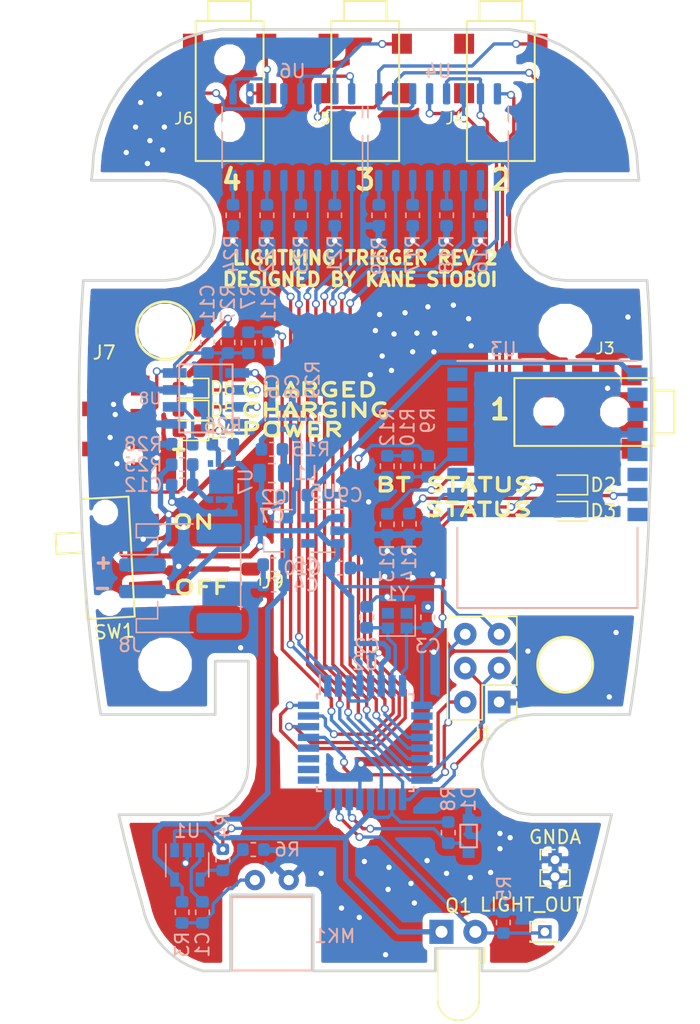
<source format=kicad_pcb>
(kicad_pcb (version 20171130) (host pcbnew "(5.0.2)-1")
  (title_block (title "Lightning Trigger PCB Layout") (rev 2))
  (layers (0 F.Cu signal) (31 B.Cu signal) (34 B.Paste user) (35 F.Paste user) (36 B.SilkS user) (37 F.SilkS user) (38 B.Mask user) (39 F.Mask user) (44 Edge.Cuts user))
  (net 0 "")
  (net 1 "Net-(J5-Pad3)")
  (net 2 "Net-(J5-Pad2)")
  (net 3 "Net-(J5-Pad1)")
  (net 4 GNDD)
  (net 5 3.3V)
  (net 6 "Net-(C1-Pad2)")
  (net 7 "Net-(C1-Pad1)")
  (net 8 "Net-(C2-Pad1)")
  (net 9 "Net-(C3-Pad1)")
  (net 10 VUSB)
  (net 11 VDDA)
  (net 12 "Net-(D1-Pad1)")
  (net 13 MISO)
  (net 14 FOCUS3)
  (net 15 FOCUS2)
  (net 16 RST)
  (net 17 SDA)
  (net 18 SCL)
  (net 19 "Net-(J4-Pad3)")
  (net 20 "Net-(J4-Pad2)")
  (net 21 "Net-(J4-Pad1)")
  (net 22 "Net-(J6-Pad2)")
  (net 23 "Net-(J6-Pad3)")
  (net 24 +BATT)
  (net 25 LIGHT_OUT)
  (net 26 "Net-(L1-Pad1)")
  (net 27 "Net-(R10-Pad1)")
  (net 28 "Net-(R18-Pad1)")
  (net 29 "Net-(R19-Pad1)")
  (net 30 VIN)
  (net 31 MICROPHONE_OUT)
  (net 32 SHUTTER2)
  (net 33 FOCUS1)
  (net 34 SHUTTER1)
  (net 35 FOCUS4)
  (net 36 SHUTTER4)
  (net 37 "Net-(D2-Pad2)")
  (net 38 "Net-(D4-Pad1)")
  (net 39 "Net-(D5-Pad2)")
  (net 40 -BATT)
  (net 41 "Net-(R21-Pad1)")
  (net 42 "Net-(R26-Pad2)")
  (net 43 "Net-(U3-Pad11)")
  (net 44 "Net-(C6-Pad1)")
  (net 45 "Net-(C12-Pad1)")
  (net 46 "Net-(D3-Pad2)")
  (net 47 "Net-(D5-Pad1)")
  (net 48 "Net-(D6-Pad1)")
  (net 49 "Net-(J3-Pad3)")
  (net 50 "Net-(J3-Pad2)")
  (net 51 "Net-(J3-Pad1)")
  (net 52 "Net-(J6-Pad1)")
  (net 53 "Net-(J7-Pad2)")
  (net 54 "Net-(J7-Pad3)")
  (net 55 "Net-(J7-Pad4)")
  (net 56 "Net-(R4-Pad1)")
  (net 57 "Net-(R11-Pad2)")
  (net 58 "Net-(R9-Pad2)")
  (net 59 "Net-(R10-Pad2)")
  (net 60 "Net-(R16-Pad1)")
  (net 61 "Net-(R17-Pad1)")
  (net 62 "Net-(R22-Pad1)")
  (net 63 "Net-(R23-Pad1)")
  (net 64 "Net-(R24-Pad1)")
  (net 65 "Net-(R28-Pad2)")
  (net 66 "Net-(U2-Pad30)")
  (net 67 "Net-(U2-Pad26)")
  (net 68 "Net-(U2-Pad25)")
  (net 69 "Net-(U2-Pad11)")
  (net 70 "Net-(U2-Pad10)")
  (net 71 "Net-(U3-Pad1)")
  (net 72 "Net-(U3-Pad3)")
  (net 73 "Net-(U3-Pad13)")
  (net 74 "Net-(U3-Pad14)")
  (net 75 "Net-(U3-Pad16)")
  (net 76 "Net-(U5-Pad4)")
  (net 77 "Net-(R20-Pad1)")
  (net 78 "Net-(D2-Pad1)")
  (net 79 "Net-(D3-Pad1)")
  (net 80 "Net-(R11-Pad1)")
  (net 81 GNDA)
  (module PJ-237-6A:PJ-237-6A (layer F.Cu) (at 16.256 -6.604 270)
    (fp_text reference J3 (at -4.7625 -1.7145) (layer F.SilkS) (effects (font (size 0.85 0.85) (thickness 0.125))))
    (fp_text value SJ-2523-SMT)
    (pad "" np_thru_hole circle (at 0 2.5 270) (size 1.3 1.3) (drill 1.3) (layers *.Cu *.Mask))
    (pad "" np_thru_hole circle (at 0 -2.5 270) (size 1.3 1.3) (drill 1.3) (layers *.Cu *.Mask))
    (pad 6 smd rect (at 2.75 3.7 270) (size 1.5 1.5) (layers F.Cu F.Paste F.Mask))
    (pad 5 smd rect (at -2.75 3.7 270) (size 1.5 1.5) (layers F.Cu F.Paste F.Mask))
    (pad 1 smd rect (at 2.75 -3.7 270) (size 1.5 1.5) (layers F.Cu F.Paste F.Mask) (net 51 "Net-(J3-Pad1)"))
    (pad 4 smd rect (at -2.75 -3.7 270) (size 1.5 1.5) (layers F.Cu F.Paste F.Mask))
    (pad 2 smd rect (at -2.75 0 270) (size 1.5 1.5) (layers F.Cu F.Paste F.Mask) (net 50 "Net-(J3-Pad2)"))
    (pad 3 smd rect (at 2.75 0 270) (size 1.5 1.5) (layers F.Cu F.Paste F.Mask) (net 49 "Net-(J3-Pad3)"))
  )
  (module Housings_QFP:TQFP-32_7x7mm_Pitch0.8mm (layer B.Cu) (at 0 18.161 270)
    (fp_text reference U2 (at -5.969 0) (layer B.SilkS) (effects (justify mirror)))
    (fp_text value ATMEGA328P-AU)
    (pad 32 smd rect (at -2.8 4.25 180) (size 1.6 0.55) (layers B.Cu B.Paste B.Mask) (net 37 "Net-(D2-Pad2)"))
    (pad 31 smd rect (at -2 4.25 180) (size 1.6 0.55) (layers B.Cu B.Paste B.Mask) (net 58 "Net-(R9-Pad2)"))
    (pad 30 smd rect (at -1.2 4.25 180) (size 1.6 0.55) (layers B.Cu B.Paste B.Mask) (net 66 "Net-(U2-Pad30)"))
    (pad 29 smd rect (at -0.4 4.25 180) (size 1.6 0.55) (layers B.Cu B.Paste B.Mask) (net 16 RST))
    (pad 28 smd rect (at 0.4 4.25 180) (size 1.6 0.55) (layers B.Cu B.Paste B.Mask) (net 18 SCL))
    (pad 27 smd rect (at 1.2 4.25 180) (size 1.6 0.55) (layers B.Cu B.Paste B.Mask) (net 17 SDA))
    (pad 26 smd rect (at 2 4.25 180) (size 1.6 0.55) (layers B.Cu B.Paste B.Mask) (net 67 "Net-(U2-Pad26)"))
    (pad 25 smd rect (at 2.8 4.25 180) (size 1.6 0.55) (layers B.Cu B.Paste B.Mask) (net 68 "Net-(U2-Pad25)"))
    (pad 24 smd rect (at 4.25 2.8 270) (size 1.6 0.55) (layers B.Cu B.Paste B.Mask) (net 31 MICROPHONE_OUT))
    (pad 23 smd rect (at 4.25 2 270) (size 1.6 0.55) (layers B.Cu B.Paste B.Mask) (net 25 LIGHT_OUT))
    (pad 22 smd rect (at 4.25 1.2 270) (size 1.6 0.55) (layers B.Cu B.Paste B.Mask) (net 12 "Net-(D1-Pad1)"))
    (pad 21 smd rect (at 4.25 0.4 270) (size 1.6 0.55) (layers B.Cu B.Paste B.Mask) (net 4 GNDD))
    (pad 20 smd rect (at 4.25 -0.4 270) (size 1.6 0.55) (layers B.Cu B.Paste B.Mask) (net 11 VDDA))
    (pad 19 smd rect (at 4.25 -1.2 270) (size 1.6 0.55) (layers B.Cu B.Paste B.Mask) (net 57 "Net-(R11-Pad2)"))
    (pad 18 smd rect (at 4.25 -2 270) (size 1.6 0.55) (layers B.Cu B.Paste B.Mask) (net 11 VDDA))
    (pad 17 smd rect (at 4.25 -2.8 270) (size 1.6 0.55) (layers B.Cu B.Paste B.Mask) (net 14 FOCUS3))
    (pad 16 smd rect (at 2.8 -4.25 180) (size 1.6 0.55) (layers B.Cu B.Paste B.Mask) (net 13 MISO))
    (pad 15 smd rect (at 2 -4.25 180) (size 1.6 0.55) (layers B.Cu B.Paste B.Mask) (net 15 FOCUS2))
    (pad 14 smd rect (at 1.2 -4.25 180) (size 1.6 0.55) (layers B.Cu B.Paste B.Mask) (net 32 SHUTTER2))
    (pad 13 smd rect (at 0.4 -4.25 180) (size 1.6 0.55) (layers B.Cu B.Paste B.Mask) (net 33 FOCUS1))
    (pad 12 smd rect (at -0.4 -4.25 180) (size 1.6 0.55) (layers B.Cu B.Paste B.Mask) (net 34 SHUTTER1))
    (pad 11 smd rect (at -1.2 -4.25 180) (size 1.6 0.55) (layers B.Cu B.Paste B.Mask) (net 69 "Net-(U2-Pad11)"))
    (pad 10 smd rect (at -2 -4.25 180) (size 1.6 0.55) (layers B.Cu B.Paste B.Mask) (net 70 "Net-(U2-Pad10)"))
    (pad 9 smd rect (at -2.8 -4.25 180) (size 1.6 0.55) (layers B.Cu B.Paste B.Mask) (net 46 "Net-(D3-Pad2)"))
    (pad 8 smd rect (at -4.25 -2.8 270) (size 1.6 0.55) (layers B.Cu B.Paste B.Mask) (net 9 "Net-(C3-Pad1)"))
    (pad 7 smd rect (at -4.25 -2 270) (size 1.6 0.55) (layers B.Cu B.Paste B.Mask) (net 8 "Net-(C2-Pad1)"))
    (pad 6 smd rect (at -4.25 -1.2 270) (size 1.6 0.55) (layers B.Cu B.Paste B.Mask) (net 30 VIN))
    (pad 5 smd rect (at -4.25 -0.4 270) (size 1.6 0.55) (layers B.Cu B.Paste B.Mask) (net 4 GNDD))
    (pad 4 smd rect (at -4.25 0.4 270) (size 1.6 0.55) (layers B.Cu B.Paste B.Mask) (net 30 VIN))
    (pad 3 smd rect (at -4.25 1.2 270) (size 1.6 0.55) (layers B.Cu B.Paste B.Mask) (net 4 GNDD))
    (pad 2 smd rect (at -4.25 2 270) (size 1.6 0.55) (layers B.Cu B.Paste B.Mask) (net 36 SHUTTER4))
    (pad 1 smd rect (at -4.25 2.8 270) (size 1.6 0.55) (layers B.Cu B.Paste B.Mask) (net 35 FOCUS4))
  )
  (module Package_TO_SOT_SMD:SOT-23 (layer B.Cu) (at -6.858 2.286 180)
    (fp_text reference Q2 (at 0 2.5 180) (layer B.SilkS) (effects (justify mirror)))
    (fp_text value MMBT3904)
    (pad 1 smd rect (at -1 0.95 180) (size 0.9 0.8) (layers B.Cu B.Paste B.Mask) (net 44 "Net-(C6-Pad1)"))
    (pad 2 smd rect (at -1 -0.95 180) (size 0.9 0.8) (layers B.Cu B.Paste B.Mask) (net 11 VDDA))
    (pad 3 smd rect (at 1 0 180) (size 0.9 0.8) (layers B.Cu B.Paste B.Mask) (net 30 VIN))
  )
  (module PJ-237-6A:PJ-237-6A (layer F.Cu) (at 10.16 -30.48)
    (fp_text reference J4 (at -3.429 1.905) (layer F.SilkS) (effects (font (size 0.85 0.85) (thickness 0.125))))
    (fp_text value SJ-2523-SMT)
    (pad "" np_thru_hole circle (at 0 2.5) (size 1.3 1.3) (drill 1.3) (layers *.Cu *.Mask))
    (pad "" np_thru_hole circle (at 0 -2.5) (size 1.3 1.3) (drill 1.3) (layers *.Cu *.Mask))
    (pad 6 smd rect (at 2.75 3.7) (size 1.5 1.5) (layers F.Cu F.Paste F.Mask))
    (pad 5 smd rect (at -2.75 3.7) (size 1.5 1.5) (layers F.Cu F.Paste F.Mask))
    (pad 1 smd rect (at 2.75 -3.7) (size 1.5 1.5) (layers F.Cu F.Paste F.Mask) (net 21 "Net-(J4-Pad1)"))
    (pad 4 smd rect (at -2.75 -3.7) (size 1.5 1.5) (layers F.Cu F.Paste F.Mask))
    (pad 2 smd rect (at -2.75 0) (size 1.5 1.5) (layers F.Cu F.Paste F.Mask) (net 20 "Net-(J4-Pad2)"))
    (pad 3 smd rect (at 2.75 0) (size 1.5 1.5) (layers F.Cu F.Paste F.Mask) (net 19 "Net-(J4-Pad3)"))
  )
  (module PJ-237-6A:PJ-237-6A (layer F.Cu) (at 0 -30.48)
    (fp_text reference J5 (at -3.302 1.905) (layer F.SilkS) (effects (font (size 0.85 0.85) (thickness 0.125))))
    (fp_text value SJ-2523-SMT)
    (pad "" np_thru_hole circle (at 0 2.5) (size 1.3 1.3) (drill 1.3) (layers *.Cu *.Mask))
    (pad "" np_thru_hole circle (at 0 -2.5) (size 1.3 1.3) (drill 1.3) (layers *.Cu *.Mask))
    (pad 6 smd rect (at 2.75 3.7) (size 1.5 1.5) (layers F.Cu F.Paste F.Mask))
    (pad 5 smd rect (at -2.75 3.7) (size 1.5 1.5) (layers F.Cu F.Paste F.Mask))
    (pad 1 smd rect (at 2.75 -3.7) (size 1.5 1.5) (layers F.Cu F.Paste F.Mask) (net 3 "Net-(J5-Pad1)"))
    (pad 4 smd rect (at -2.75 -3.7) (size 1.5 1.5) (layers F.Cu F.Paste F.Mask))
    (pad 2 smd rect (at -2.75 0) (size 1.5 1.5) (layers F.Cu F.Paste F.Mask) (net 2 "Net-(J5-Pad2)"))
    (pad 3 smd rect (at 2.75 0) (size 1.5 1.5) (layers F.Cu F.Paste F.Mask) (net 1 "Net-(J5-Pad3)"))
  )
  (module PJ-237-6A:PJ-237-6A (layer F.Cu) (at -10.16 -30.48)
    (fp_text reference J6 (at -3.429 1.905) (layer F.SilkS) (effects (font (size 0.85 0.85) (thickness 0.125))))
    (fp_text value SJ-2523-SMT)
    (pad "" np_thru_hole circle (at 0 2.5) (size 1.3 1.3) (drill 1.3) (layers *.Cu *.Mask))
    (pad "" np_thru_hole circle (at 0 -2.5) (size 1.3 1.3) (drill 1.3) (layers *.Cu *.Mask))
    (pad 6 smd rect (at 2.75 3.7) (size 1.5 1.5) (layers F.Cu F.Paste F.Mask))
    (pad 5 smd rect (at -2.75 3.7) (size 1.5 1.5) (layers F.Cu F.Paste F.Mask))
    (pad 1 smd rect (at 2.75 -3.7) (size 1.5 1.5) (layers F.Cu F.Paste F.Mask) (net 52 "Net-(J6-Pad1)"))
    (pad 4 smd rect (at -2.75 -3.7) (size 1.5 1.5) (layers F.Cu F.Paste F.Mask))
    (pad 2 smd rect (at -2.75 0) (size 1.5 1.5) (layers F.Cu F.Paste F.Mask) (net 22 "Net-(J6-Pad2)"))
    (pad 3 smd rect (at 2.75 0) (size 1.5 1.5) (layers F.Cu F.Paste F.Mask) (net 23 "Net-(J6-Pad3)"))
  )
  (module Mounting_Holes:MountingHole_3.5mm (layer F.Cu) (at -15 12.3)
    (fp_text reference "" (at 0 -4.5 90) (layer F.SilkS) (effects (font (size 0.85 0.85) (thickness 0.125))))
    (fp_text value MountingHole_3.5mm)
    (pad "" np_thru_hole circle (at 0 0) (size 3 3) (drill 3) (layers *.Cu *.Mask))
  )
  (module Mounting_Holes:MountingHole_3.5mm (layer F.Cu) (at -15 -12.7)
    (fp_text reference "" (at -12.178 -4.445) (layer F.SilkS) (effects (font (size 0.85 0.85) (thickness 0.125))))
    (fp_text value MountingHole_3.5mm)
    (pad "" np_thru_hole circle (at 0 0) (size 3 3) (drill 3) (layers *.Cu *.Mask))
  )
  (module Mounting_Holes:MountingHole_3.5mm (layer F.Cu) (at 15 -12.7)
    (fp_text reference "" (at 0 -4.5) (layer F.SilkS) (effects (font (size 0.85 0.85) (thickness 0.125))))
    (fp_text value MountingHole_3.5mm)
    (pad "" np_thru_hole circle (at 0 0) (size 3 3) (drill 3) (layers *.Cu *.Mask))
  )
  (module Mounting_Holes:MountingHole_3.5mm (layer F.Cu) (at 15 12.3)
    (fp_text reference "" (at 0 -4.5) (layer F.SilkS) (effects (font (size 0.85 0.85) (thickness 0.125))))
    (fp_text value MountingHole_3.5mm)
    (pad "" np_thru_hole circle (at 0 0) (size 3 3) (drill 3) (layers *.Cu *.Mask))
  )
  (module Capacitor_SMD:C_0603_1608Metric (layer B.Cu) (at -12.192 30.861 270)
    (fp_text reference C1 (at 2.413 0 270) (layer B.SilkS) (effects (justify mirror)))
    (fp_text value 100nF)
    (pad 1 smd roundrect (at -0.7875 0 270) (size 0.875 0.95) (layers B.Cu B.Paste B.Mask) (net 7 "Net-(C1-Pad1)"))
    (pad 2 smd roundrect (at 0.7875 0 270) (size 0.875 0.95) (layers B.Cu B.Paste B.Mask) (net 6 "Net-(C1-Pad2)"))
  )
  (module Capacitor_SMD:C_0603_1608Metric (layer B.Cu) (at 0.111199 8.768118 90)
    (fp_text reference C2 (at -2.153882 0.015801 180) (layer B.SilkS) (effects (justify mirror)))
    (fp_text value 10pF)
    (pad 2 smd roundrect (at 0.7875 0 90) (size 0.875 0.95) (layers B.Cu B.Paste B.Mask) (net 4 GNDD))
    (pad 1 smd roundrect (at -0.7875 0 90) (size 0.875 0.95) (layers B.Cu B.Paste B.Mask) (net 8 "Net-(C2-Pad1)"))
  )
  (module Capacitor_SMD:C_0603_1608Metric (layer B.Cu) (at 4.683199 8.768118 90)
    (fp_text reference C3 (at -2.153882 0.015801 180) (layer B.SilkS) (effects (justify mirror)))
    (fp_text value 22pF)
    (pad 2 smd roundrect (at 0.7875 0 90) (size 0.875 0.95) (layers B.Cu B.Paste B.Mask) (net 4 GNDD))
    (pad 1 smd roundrect (at -0.7875 0 90) (size 0.875 0.95) (layers B.Cu B.Paste B.Mask) (net 9 "Net-(C3-Pad1)"))
  )
  (module Capacitor_SMD:C_0603_1608Metric (layer B.Cu) (at -6.858 6.35 180)
    (fp_text reference C4 (at -2.413 0 180) (layer B.SilkS) (effects (justify mirror)))
    (fp_text value 100nF)
    (pad 1 smd roundrect (at -0.7875 0 180) (size 0.875 0.95) (layers B.Cu B.Paste B.Mask) (net 11 VDDA))
    (pad 2 smd roundrect (at 0.7875 0 180) (size 0.875 0.95) (layers B.Cu B.Paste B.Mask) (net 81 GNDA))
  )
  (module Capacitor_SMD:C_0603_1608Metric (layer B.Cu) (at -6.858 4.826 180)
    (fp_text reference C5 (at -2.413 0 180) (layer B.SilkS) (effects (justify mirror)))
    (fp_text value 1nF)
    (pad 1 smd roundrect (at -0.7875 0 180) (size 0.875 0.95) (layers B.Cu B.Paste B.Mask) (net 11 VDDA))
    (pad 2 smd roundrect (at 0.7875 0 180) (size 0.875 0.95) (layers B.Cu B.Paste B.Mask) (net 81 GNDA))
  )
  (module Capacitor_SMD:C_0603_1608Metric (layer B.Cu) (at -6.985 -6.096 90)
    (fp_text reference C6 (at 2.413 0 90) (layer B.SilkS) (effects (justify mirror)))
    (fp_text value 1nF)
    (pad 1 smd roundrect (at -0.7875 0 90) (size 0.875 0.95) (layers B.Cu B.Paste B.Mask) (net 44 "Net-(C6-Pad1)"))
    (pad 2 smd roundrect (at 0.7875 0 90) (size 0.875 0.95) (layers B.Cu B.Paste B.Mask) (net 4 GNDD))
  )
  (module Capacitor_SMD:C_0603_1608Metric (layer B.Cu) (at -6.985 -0.254)
    (fp_text reference C7 (at 0 1.43) (layer B.SilkS) (effects (justify mirror)))
    (fp_text value 100nF)
    (pad 2 smd roundrect (at 0.7875 0) (size 0.875 0.95) (layers B.Cu B.Paste B.Mask) (net 4 GNDD))
    (pad 1 smd roundrect (at -0.7875 0) (size 0.875 0.95) (layers B.Cu B.Paste B.Mask) (net 30 VIN))
  )
  (module Capacitor_SMD:C_0603_1608Metric (layer B.Cu) (at -5.461 -6.096 90)
    (fp_text reference C8 (at 2.413 0 90) (layer B.SilkS) (effects (justify mirror)))
    (fp_text value 100nF)
    (pad 2 smd roundrect (at 0.7875 0 90) (size 0.875 0.95) (layers B.Cu B.Paste B.Mask) (net 4 GNDD))
    (pad 1 smd roundrect (at -0.7875 0 90) (size 0.875 0.95) (layers B.Cu B.Paste B.Mask) (net 44 "Net-(C6-Pad1)"))
  )
  (module Capacitor_SMD:C_0603_1608Metric (layer B.Cu) (at -3.556 -0.381)
    (fp_text reference C9 (at 2.413 0) (layer B.SilkS) (effects (justify mirror)))
    (fp_text value 100nF)
    (pad 2 smd roundrect (at 0.7875 0) (size 0.875 0.95) (layers B.Cu B.Paste B.Mask) (net 4 GNDD))
    (pad 1 smd roundrect (at -0.7875 0) (size 0.875 0.95) (layers B.Cu B.Paste B.Mask) (net 5 3.3V))
  )
  (module Capacitor_SMD:C_0603_1608Metric (layer B.Cu) (at -1.905 5.08)
    (fp_text reference C10 (at -2.794 0) (layer B.SilkS) (effects (justify mirror)))
    (fp_text value 100nF)
    (pad 2 smd roundrect (at 0.7875 0) (size 0.875 0.95) (layers B.Cu B.Paste B.Mask) (net 4 GNDD))
    (pad 1 smd roundrect (at -0.7875 0) (size 0.875 0.95) (layers B.Cu B.Paste B.Mask) (net 30 VIN))
  )
  (module Capacitor_SMD:C_0603_1608Metric (layer B.Cu) (at -11.811 -11.811 90)
    (fp_text reference C11 (at 2.921 0 90) (layer B.SilkS) (effects (justify mirror)))
    (fp_text value 100nF)
    (pad 1 smd roundrect (at -0.7875 0 90) (size 0.875 0.95) (layers B.Cu B.Paste B.Mask) (net 10 VUSB))
    (pad 2 smd roundrect (at 0.7875 0 90) (size 0.875 0.95) (layers B.Cu B.Paste B.Mask) (net 4 GNDD))
  )
  (module Capacitor_SMD:C_0603_1608Metric (layer B.Cu) (at -13.716 -1.143 180)
    (fp_text reference C12 (at 2.921 0 180) (layer B.SilkS) (effects (justify mirror)))
    (fp_text value 100nF)
    (pad 1 smd roundrect (at -0.7875 0 180) (size 0.875 0.95) (layers B.Cu B.Paste B.Mask) (net 45 "Net-(C12-Pad1)"))
    (pad 2 smd roundrect (at 0.7875 0 180) (size 0.875 0.95) (layers B.Cu B.Paste B.Mask) (net 4 GNDD))
  )
  (module Diode_SMD:SC-90A (layer B.Cu) (at 7.747 25.146)
    (fp_text reference D1 (at 0 -2.794 90) (layer B.SilkS) (effects (justify mirror)))
    (fp_text value D_Zener)
    (pad 1 smd rect (at 0 1.2) (size 0.9 0.9) (layers B.Cu B.Paste B.Mask) (net 12 "Net-(D1-Pad1)"))
    (pad 2 smd rect (at 0 -1.2) (size 0.9 0.9) (layers B.Cu B.Paste B.Mask) (net 81 GNDA))
  )
  (module LED_SMD:LED_0603_1608Metric (layer F.Cu) (at 15.1765 -1.143 180)
    (fp_text reference D2 (at -2.667 0 180) (layer F.SilkS))
    (fp_text value LED)
    (pad 2 smd roundrect (at 0.7875 0 180) (size 0.875 0.95) (layers F.Cu F.Paste F.Mask) (net 37 "Net-(D2-Pad2)"))
    (pad 1 smd roundrect (at -0.7875 0 180) (size 0.875 0.95) (layers F.Cu F.Paste F.Mask) (net 78 "Net-(D2-Pad1)"))
  )
  (module LED_SMD:LED_0603_1608Metric (layer F.Cu) (at 15.1765 0.8255 180)
    (fp_text reference D3 (at -2.667 0 180) (layer F.SilkS))
    (fp_text value LED)
    (pad 1 smd roundrect (at -0.7875 0 180) (size 0.875 0.95) (layers F.Cu F.Paste F.Mask) (net 79 "Net-(D3-Pad1)"))
    (pad 2 smd roundrect (at 0.7875 0 180) (size 0.875 0.95) (layers F.Cu F.Paste F.Mask) (net 46 "Net-(D3-Pad2)"))
  )
  (module LED_SMD:LED_0603_1608Metric (layer F.Cu) (at -13.208 -5.207 180)
    (fp_text reference D4 (at -2.54 -0.127 180) (layer F.SilkS))
    (fp_text value LED)
    (pad 1 smd roundrect (at -0.7875 0 180) (size 0.875 0.95) (layers F.Cu F.Paste F.Mask) (net 38 "Net-(D4-Pad1)"))
    (pad 2 smd roundrect (at 0.7875 0 180) (size 0.875 0.95) (layers F.Cu F.Paste F.Mask) (net 30 VIN))
  )
  (module LED_SMD:LED_0603_1608Metric (layer F.Cu) (at -13.208 -6.731 180)
    (fp_text reference D5 (at -2.54 0 180) (layer F.SilkS))
    (fp_text value LED)
    (pad 2 smd roundrect (at 0.7875 0 180) (size 0.875 0.95) (layers F.Cu F.Paste F.Mask) (net 39 "Net-(D5-Pad2)"))
    (pad 1 smd roundrect (at -0.7875 0 180) (size 0.875 0.95) (layers F.Cu F.Paste F.Mask) (net 47 "Net-(D5-Pad1)"))
  )
  (module LED_SMD:LED_0603_1608Metric (layer F.Cu) (at -13.208 -8.382 180)
    (fp_text reference D6 (at -2.54 0 180) (layer F.SilkS))
    (fp_text value LED)
    (pad 1 smd roundrect (at -0.7875 0 180) (size 0.875 0.95) (layers F.Cu F.Paste F.Mask) (net 48 "Net-(D6-Pad1)"))
    (pad 2 smd roundrect (at 0.7875 0 180) (size 0.875 0.95) (layers F.Cu F.Paste F.Mask) (net 39 "Net-(D5-Pad2)"))
  )
  (module Pin_Headers:Pin_Header_Straight_2x03_Pitch2.54mm (layer F.Cu) (at 10.033 15.113 180)
    (fp_text reference J1 (at 1.27 -2.33 180) (layer F.SilkS))
    (fp_text value Conn_02x03_Odd_Even)
    (pad 6 thru_hole oval (at 2.54 5.08 180) (size 1.7 1.7) (drill 0.8) (layers *.Cu *.Mask) (net 13 MISO))
    (pad 5 thru_hole oval (at 0 5.08 180) (size 1.7 1.7) (drill 0.8) (layers *.Cu *.Mask) (net 30 VIN))
    (pad 4 thru_hole oval (at 2.54 2.54 180) (size 1.7 1.7) (drill 0.8) (layers *.Cu *.Mask) (net 14 FOCUS3))
    (pad 3 thru_hole oval (at 0 2.54 180) (size 1.7 1.7) (drill 0.8) (layers *.Cu *.Mask) (net 15 FOCUS2))
    (pad 2 thru_hole oval (at 2.54 0 180) (size 1.7 1.7) (drill 0.8) (layers *.Cu *.Mask) (net 16 RST))
    (pad 1 thru_hole rect (at 0 0 180) (size 1.7 1.7) (drill 0.8) (layers *.Cu *.Mask) (net 4 GNDD))
  )
  (module USB:USB_Micro_C77238 (layer F.Cu) (at -19.558 -5.334 270)
    (fp_text reference J7 (at -5.715 0) (layer F.SilkS))
    (fp_text value USB_OTG)
    (pad 1 smd rect (at -1.3 -2.87 270) (size 0.4 1.8) (layers F.Cu F.Paste F.Mask) (net 10 VUSB))
    (pad 2 smd rect (at -0.65 -2.87 270) (size 0.4 1.8) (layers F.Cu F.Paste F.Mask) (net 53 "Net-(J7-Pad2)"))
    (pad 3 smd rect (at 0 -2.87 270) (size 0.4 1.8) (layers F.Cu F.Paste F.Mask) (net 54 "Net-(J7-Pad3)"))
    (pad 4 smd rect (at 0.65 -2.87 270) (size 0.4 1.8) (layers F.Cu F.Paste F.Mask) (net 55 "Net-(J7-Pad4)"))
    (pad 5 smd rect (at 1.3 -2.87 270) (size 0.4 1.8) (layers F.Cu F.Paste F.Mask) (net 4 GNDD))
    (pad "" smd rect (at -4.075 0 270) (size 1.35 1.5) (layers F.Cu F.Paste F.Mask))
    (pad "" smd rect (at 4.075 0 270) (size 1.35 1.5) (layers F.Cu F.Paste F.Mask))
    (pad "" smd rect (at -3.25 -2.7 270) (size 1.5 1.4) (layers F.Cu F.Paste F.Mask))
    (pad "" smd rect (at 3.25 -2.7 270) (size 1.5 1.4) (layers F.Cu F.Paste F.Mask))
    (pad "" np_thru_hole circle (at -2 -2.15 270) (size 0.5 0.5) (drill 0.5) (layers *.Cu *.Mask))
    (pad "" np_thru_hole circle (at 2 -2.15 270) (size 0.5 0.5) (drill 0.5) (layers *.Cu *.Mask))
    (pad "" smd rect (at 1.5 1.15 270) (size 1.1 1) (layers F.Cu F.Paste F.Mask))
    (pad "" smd rect (at -1.5 1.15 270) (size 1.1 1) (layers F.Cu F.Paste F.Mask))
  )
  (module Connector_JST:JST_PH_S2B-PH-SM4-TB_1x02-1MP_P2.00mm_Horizontal (layer B.Cu) (at -13.843 5.842 270)
    (fp_text reference J8 (at 5.0165 3.81) (layer B.SilkS) (effects (justify mirror)))
    (fp_text value Conn_01x02_Female)
    (pad 1 smd roundrect (at -1 2.85 270) (size 1 3.5) (layers B.Cu B.Paste B.Mask) (net 24 +BATT))
    (pad 2 smd roundrect (at 1 2.85 270) (size 1 3.5) (layers B.Cu B.Paste B.Mask) (net 40 -BATT))
    (pad MP smd roundrect (at -3.35 -2.9 270) (size 1.5 3.4) (layers B.Cu B.Paste B.Mask) (roundrect_rratio 0.166667))
    (pad MP smd roundrect (at 3.35 -2.9 270) (size 1.5 3.4) (layers B.Cu B.Paste B.Mask) (roundrect_rratio 0.166667))
  )
  (module LEDs:LED_D3.0mm_Horizontal_O1.27mm_Z2.0mm (layer F.Cu) (at 5.715 32.3215)
    (fp_text reference Q1 (at 1.27 -1.96) (layer F.SilkS))
    (fp_text value Q_Photo_NPN)
    (pad 2 thru_hole circle (at 2.54 0) (size 1.8 1.8) (drill 0.9) (layers *.Cu *.Mask) (net 25 LIGHT_OUT))
    (pad 1 thru_hole rect (at 0 0) (size 1.8 1.8) (drill 0.9) (layers *.Cu *.Mask) (net 11 VDDA))
  )
  (module Resistor_SMD:R_0603_1608Metric (layer B.Cu) (at -13.716 30.861 90)
    (fp_text reference R3 (at -2.413 0 90) (layer B.SilkS) (effects (justify mirror)))
    (fp_text value 10k)
    (pad 2 smd roundrect (at 0.7875 0 90) (size 0.875 0.95) (layers B.Cu B.Paste B.Mask) (net 11 VDDA))
    (pad 1 smd roundrect (at -0.7875 0 90) (size 0.875 0.95) (layers B.Cu B.Paste B.Mask) (net 6 "Net-(C1-Pad2)"))
  )
  (module Resistor_SMD:R_0603_1608Metric (layer B.Cu) (at -10.668 26.924 90)
    (fp_text reference R4 (at 2.54 0 90) (layer B.SilkS) (effects (justify mirror)))
    (fp_text value 150)
    (pad 1 smd roundrect (at -0.7875 0 90) (size 0.875 0.95) (layers B.Cu B.Paste B.Mask) (net 56 "Net-(R4-Pad1)"))
    (pad 2 smd roundrect (at 0.7875 0 90) (size 0.875 0.95) (layers B.Cu B.Paste B.Mask) (net 31 MICROPHONE_OUT))
  )
  (module Resistor_SMD:R_0603_1608Metric (layer B.Cu) (at 10.3505 31.623 90)
    (fp_text reference R5 (at 2.54 0.0635 90) (layer B.SilkS) (effects (justify mirror)))
    (fp_text value 10k)
    (pad 2 smd roundrect (at 0.7875 0 90) (size 0.875 0.95) (layers B.Cu B.Paste B.Mask) (net 81 GNDA))
    (pad 1 smd roundrect (at -0.7875 0 90) (size 0.875 0.95) (layers B.Cu B.Paste B.Mask) (net 25 LIGHT_OUT))
  )
  (module Resistor_SMD:R_0603_1608Metric (layer B.Cu) (at -8.382 26.162 180)
    (fp_text reference R6 (at -2.54 0 180) (layer B.SilkS) (effects (justify mirror)))
    (fp_text value 150)
    (pad 1 smd roundrect (at -0.7875 0 180) (size 0.875 0.95) (layers B.Cu B.Paste B.Mask) (net 81 GNDA))
    (pad 2 smd roundrect (at 0.7875 0 180) (size 0.875 0.95) (layers B.Cu B.Paste B.Mask) (net 56 "Net-(R4-Pad1)"))
  )
  (module Resistor_SMD:R_0603_1608Metric (layer B.Cu) (at -8.763 -11.7855 90)
    (fp_text reference R7 (at 3.4545 0 90) (layer B.SilkS) (effects (justify mirror)))
    (fp_text value 2k)
    (pad 1 smd roundrect (at -0.7875 0 90) (size 0.875 0.95) (layers B.Cu B.Paste B.Mask) (net 10 VUSB))
    (pad 2 smd roundrect (at 0.7875 0 90) (size 0.875 0.95) (layers B.Cu B.Paste B.Mask) (net 57 "Net-(R11-Pad2)"))
  )
  (module Resistor_SMD:R_0603_1608Metric (layer B.Cu) (at 6.223 24.892 90)
    (fp_text reference R8 (at 2.54 0 90) (layer B.SilkS) (effects (justify mirror)))
    (fp_text value 47)
    (pad 2 smd roundrect (at 0.7875 0 90) (size 0.875 0.95) (layers B.Cu B.Paste B.Mask) (net 11 VDDA))
    (pad 1 smd roundrect (at -0.7875 0 90) (size 0.875 0.95) (layers B.Cu B.Paste B.Mask) (net 12 "Net-(D1-Pad1)"))
  )
  (module Resistor_SMD:R_0603_1608Metric (layer B.Cu) (at 4.699 -2.54 90)
    (fp_text reference R9 (at 3.429 0 90) (layer B.SilkS) (effects (justify mirror)))
    (fp_text value 2k)
    (pad 1 smd roundrect (at -0.7875 0 90) (size 0.875 0.95) (layers B.Cu B.Paste B.Mask) (net 27 "Net-(R10-Pad1)"))
    (pad 2 smd roundrect (at 0.7875 0 90) (size 0.875 0.95) (layers B.Cu B.Paste B.Mask) (net 58 "Net-(R9-Pad2)"))
  )
  (module Resistor_SMD:R_0603_1608Metric (layer B.Cu) (at 3.175 -2.54 90)
    (fp_text reference R10 (at 2.921 0 90) (layer B.SilkS) (effects (justify mirror)))
    (fp_text value 2k)
    (pad 1 smd roundrect (at -0.7875 0 90) (size 0.875 0.95) (layers B.Cu B.Paste B.Mask) (net 27 "Net-(R10-Pad1)"))
    (pad 2 smd roundrect (at 0.7875 0 90) (size 0.875 0.95) (layers B.Cu B.Paste B.Mask) (net 59 "Net-(R10-Pad2)"))
  )
  (module Resistor_SMD:R_0603_1608Metric (layer B.Cu) (at -7.239 -11.811 90)
    (fp_text reference R11 (at 2.921 0 90) (layer B.SilkS) (effects (justify mirror)))
    (fp_text value 2k)
    (pad 2 smd roundrect (at 0.7875 0 90) (size 0.875 0.95) (layers B.Cu B.Paste B.Mask) (net 57 "Net-(R11-Pad2)"))
    (pad 1 smd roundrect (at -0.7875 0 90) (size 0.875 0.95) (layers B.Cu B.Paste B.Mask) (net 80 "Net-(R11-Pad1)"))
  )
  (module Resistor_SMD:R_0603_1608Metric (layer B.Cu) (at 1.651 -2.54 270)
    (fp_text reference R12 (at -2.921 0 270) (layer B.SilkS) (effects (justify mirror)))
    (fp_text value 2k)
    (pad 2 smd roundrect (at 0.7875 0 270) (size 0.875 0.95) (layers B.Cu B.Paste B.Mask) (net 4 GNDD))
    (pad 1 smd roundrect (at -0.7875 0 270) (size 0.875 0.95) (layers B.Cu B.Paste B.Mask) (net 59 "Net-(R10-Pad2)"))
  )
  (module Resistor_SMD:R_0603_1608Metric (layer B.Cu) (at 1.651 1.8035 90)
    (fp_text reference R13 (at -2.921 0 90) (layer B.SilkS) (effects (justify mirror)))
    (fp_text value 2k)
    (pad 2 smd roundrect (at 0.7875 0 90) (size 0.875 0.95) (layers B.Cu B.Paste B.Mask) (net 78 "Net-(D2-Pad1)"))
    (pad 1 smd roundrect (at -0.7875 0 90) (size 0.875 0.95) (layers B.Cu B.Paste B.Mask) (net 4 GNDD))
  )
  (module Resistor_SMD:R_0603_1608Metric (layer B.Cu) (at 3.302 1.778 90)
    (fp_text reference R14 (at -2.921 0 90) (layer B.SilkS) (effects (justify mirror)))
    (fp_text value 2k)
    (pad 1 smd roundrect (at -0.7875 0 90) (size 0.875 0.95) (layers B.Cu B.Paste B.Mask) (net 4 GNDD))
    (pad 2 smd roundrect (at 0.7875 0 90) (size 0.875 0.95) (layers B.Cu B.Paste B.Mask) (net 79 "Net-(D3-Pad1)"))
  )
  (module Resistor_SMD:R_0603_1608Metric (layer B.Cu) (at -6.985 -3.81)
    (fp_text reference R15 (at 2.921 0) (layer B.SilkS) (effects (justify mirror)))
    (fp_text value 160k)
    (pad 1 smd roundrect (at -0.7875 0) (size 0.875 0.95) (layers B.Cu B.Paste B.Mask) (net 44 "Net-(C6-Pad1)"))
    (pad 2 smd roundrect (at 0.7875 0) (size 0.875 0.95) (layers B.Cu B.Paste B.Mask) (net 26 "Net-(L1-Pad1)"))
  )
  (module Resistor_SMD:R_0603_1608Metric (layer B.Cu) (at 8.636 -21.336 270)
    (fp_text reference R16 (at 2.921 0 270) (layer B.SilkS) (effects (justify mirror)))
    (fp_text value 150)
    (pad 2 smd roundrect (at 0.7875 0 270) (size 0.875 0.95) (layers B.Cu B.Paste B.Mask) (net 4 GNDD))
    (pad 1 smd roundrect (at -0.7875 0 270) (size 0.875 0.95) (layers B.Cu B.Paste B.Mask) (net 60 "Net-(R16-Pad1)"))
  )
  (module Resistor_SMD:R_0603_1608Metric (layer B.Cu) (at 3.556 -21.336 270)
    (fp_text reference R17 (at 2.921 0 270) (layer B.SilkS) (effects (justify mirror)))
    (fp_text value 150)
    (pad 2 smd roundrect (at 0.7875 0 270) (size 0.875 0.95) (layers B.Cu B.Paste B.Mask) (net 4 GNDD))
    (pad 1 smd roundrect (at -0.7875 0 270) (size 0.875 0.95) (layers B.Cu B.Paste B.Mask) (net 61 "Net-(R17-Pad1)"))
  )
  (module Resistor_SMD:R_0603_1608Metric (layer B.Cu) (at 6.096 -21.336 270)
    (fp_text reference R18 (at 2.921 0 270) (layer B.SilkS) (effects (justify mirror)))
    (fp_text value 150)
    (pad 1 smd roundrect (at -0.7875 0 270) (size 0.875 0.95) (layers B.Cu B.Paste B.Mask) (net 28 "Net-(R18-Pad1)"))
    (pad 2 smd roundrect (at 0.7875 0 270) (size 0.875 0.95) (layers B.Cu B.Paste B.Mask) (net 4 GNDD))
  )
  (module Resistor_SMD:R_0603_1608Metric (layer B.Cu) (at 1.016 -21.336 270)
    (fp_text reference R19 (at 3.048 0 270) (layer B.SilkS) (effects (justify mirror)))
    (fp_text value 150)
    (pad 1 smd roundrect (at -0.7875 0 270) (size 0.875 0.95) (layers B.Cu B.Paste B.Mask) (net 29 "Net-(R19-Pad1)"))
    (pad 2 smd roundrect (at 0.7875 0 270) (size 0.875 0.95) (layers B.Cu B.Paste B.Mask) (net 4 GNDD))
  )
  (module Resistor_SMD:R_0603_1608Metric (layer B.Cu) (at -2.286 -21.336 270)
    (fp_text reference R21 (at 2.921 0 270) (layer B.SilkS) (effects (justify mirror)))
    (fp_text value 150)
    (pad 1 smd roundrect (at -0.7875 0 270) (size 0.875 0.95) (layers B.Cu B.Paste B.Mask) (net 41 "Net-(R21-Pad1)"))
    (pad 2 smd roundrect (at 0.7875 0 270) (size 0.875 0.95) (layers B.Cu B.Paste B.Mask) (net 4 GNDD))
  )
  (module Resistor_SMD:R_0603_1608Metric (layer B.Cu) (at -7.366 -21.336 270)
    (fp_text reference R22 (at 2.921 0 270) (layer B.SilkS) (effects (justify mirror)))
    (fp_text value 150)
    (pad 1 smd roundrect (at -0.7875 0 270) (size 0.875 0.95) (layers B.Cu B.Paste B.Mask) (net 62 "Net-(R22-Pad1)"))
    (pad 2 smd roundrect (at 0.7875 0 270) (size 0.875 0.95) (layers B.Cu B.Paste B.Mask) (net 4 GNDD))
  )
  (module Resistor_SMD:R_0603_1608Metric (layer B.Cu) (at -4.826 -21.336 270)
    (fp_text reference R23 (at 2.921 0 270) (layer B.SilkS) (effects (justify mirror)))
    (fp_text value 150)
    (pad 2 smd roundrect (at 0.7875 0 270) (size 0.875 0.95) (layers B.Cu B.Paste B.Mask) (net 4 GNDD))
    (pad 1 smd roundrect (at -0.7875 0 270) (size 0.875 0.95) (layers B.Cu B.Paste B.Mask) (net 63 "Net-(R23-Pad1)"))
  )
  (module Resistor_SMD:R_0603_1608Metric (layer B.Cu) (at -9.906 -21.336 270)
    (fp_text reference R24 (at 2.921 0.127 270) (layer B.SilkS) (effects (justify mirror)))
    (fp_text value 150)
    (pad 2 smd roundrect (at 0.7875 0 270) (size 0.875 0.95) (layers B.Cu B.Paste B.Mask) (net 4 GNDD))
    (pad 1 smd roundrect (at -0.7875 0 270) (size 0.875 0.95) (layers B.Cu B.Paste B.Mask) (net 64 "Net-(R24-Pad1)"))
  )
  (module Resistor_SMD:R_0603_1608Metric (layer B.Cu) (at -13.716 -2.667 180)
    (fp_text reference R25 (at 2.921 0 180) (layer B.SilkS) (effects (justify mirror)))
    (fp_text value 150)
    (pad 2 smd roundrect (at 0.7875 0 180) (size 0.875 0.95) (layers B.Cu B.Paste B.Mask) (net 24 +BATT))
    (pad 1 smd roundrect (at -0.7875 0 180) (size 0.875 0.95) (layers B.Cu B.Paste B.Mask) (net 45 "Net-(C12-Pad1)"))
  )
  (module Resistor_SMD:R_0603_1608Metric (layer B.Cu) (at -10.668 -4.191 180)
    (fp_text reference R26 (at 0 1.43 180) (layer B.SilkS) (effects (justify mirror)))
    (fp_text value 2k)
    (pad 2 smd roundrect (at 0.7875 0 180) (size 0.875 0.95) (layers B.Cu B.Paste B.Mask) (net 42 "Net-(R26-Pad2)"))
    (pad 1 smd roundrect (at -0.7875 0 180) (size 0.875 0.95) (layers B.Cu B.Paste B.Mask) (net 40 -BATT))
  )
  (module Resistor_SMD:R_0603_1608Metric (layer B.Cu) (at -10.287 -11.811 270)
    (fp_text reference R27 (at -2.921 0 270) (layer B.SilkS) (effects (justify mirror)))
    (fp_text value 2k)
    (pad 2 smd roundrect (at 0.7875 0 270) (size 0.875 0.95) (layers B.Cu B.Paste B.Mask) (net 10 VUSB))
    (pad 1 smd roundrect (at -0.7875 0 270) (size 0.875 0.95) (layers B.Cu B.Paste B.Mask) (net 39 "Net-(D5-Pad2)"))
  )
  (module Resistor_SMD:R_0603_1608Metric (layer B.Cu) (at -13.716 -4.191)
    (fp_text reference R28 (at -2.921 0) (layer B.SilkS) (effects (justify mirror)))
    (fp_text value 2k)
    (pad 1 smd roundrect (at -0.7875 0) (size 0.875 0.95) (layers B.Cu B.Paste B.Mask) (net 4 GNDD))
    (pad 2 smd roundrect (at 0.7875 0) (size 0.875 0.95) (layers B.Cu B.Paste B.Mask) (net 65 "Net-(R28-Pad2)"))
  )
  (module Switches:JS102011SAQN (layer F.Cu) (at -19.304 4.318 273)
    (fp_text reference SW1 (at 5.543516 -0.218174 3) (layer F.SilkS))
    (fp_text value SW_SPDT)
    (pad 1 smd rect (at -2.5 -2.75 273) (size 1.2 2.5) (layers F.Cu F.Paste F.Mask) (net 24 +BATT))
    (pad 2 smd rect (at 0 -2.75 273) (size 1.2 2.5) (layers F.Cu F.Paste F.Mask) (net 30 VIN))
    (pad 3 smd rect (at 2.5 -2.75 273) (size 1.2 2.5) (layers F.Cu F.Paste F.Mask) (net 77 "Net-(R20-Pad1)"))
    (pad "" np_thru_hole circle (at -3.4 0 273) (size 0.9 0.9) (drill 0.9) (layers *.Cu *.Mask))
    (pad "" np_thru_hole circle (at 3.4 0 273) (size 0.9 0.9) (drill 0.9) (layers *.Cu *.Mask))
  )
  (module TO_SOT_Packages_SMD:SOT-23-5 (layer B.Cu) (at -13.335 27.305 270)
    (fp_text reference U1 (at -2.54 0) (layer B.SilkS) (effects (justify mirror)))
    (fp_text value MCP6001)
    (pad 5 smd rect (at 1.1 0.95 270) (size 1.06 0.65) (layers B.Cu B.Paste B.Mask) (net 11 VDDA))
    (pad 4 smd rect (at 1.1 -0.95 270) (size 1.06 0.65) (layers B.Cu B.Paste B.Mask) (net 56 "Net-(R4-Pad1)"))
    (pad 3 smd rect (at -1.1 -0.95 270) (size 1.06 0.65) (layers B.Cu B.Paste B.Mask) (net 7 "Net-(C1-Pad1)"))
    (pad 2 smd rect (at -1.1 0 270) (size 1.06 0.65) (layers B.Cu B.Paste B.Mask) (net 81 GNDA))
    (pad 1 smd rect (at -1.1 0.95 270) (size 1.06 0.65) (layers B.Cu B.Paste B.Mask) (net 31 MICROPHONE_OUT))
  )
  (module HM-11:HM-11 (layer B.Cu) (at 13.6525 -3.429)
    (fp_text reference U3 (at -3.302 -7.874) (layer B.SilkS) (effects (justify mirror)))
    (fp_text value HM-11)
    (pad 1 smd rect (at -6.75 4.5) (size 1.5 1) (layers B.Cu B.Paste B.Mask) (net 71 "Net-(U3-Pad1)"))
    (pad 2 smd rect (at -6.75 3) (size 1.5 1) (layers B.Cu B.Paste B.Mask) (net 66 "Net-(U2-Pad30)"))
    (pad 3 smd rect (at -6.75 1.5) (size 1.5 1) (layers B.Cu B.Paste B.Mask) (net 72 "Net-(U3-Pad3)"))
    (pad 4 smd rect (at -6.75 0) (size 1.5 1) (layers B.Cu B.Paste B.Mask) (net 27 "Net-(R10-Pad1)"))
    (pad 5 smd rect (at -6.75 -1.5) (size 1.5 1) (layers B.Cu B.Paste B.Mask))
    (pad 6 smd rect (at -6.75 -3) (size 1.5 1) (layers B.Cu B.Paste B.Mask))
    (pad 7 smd rect (at -6.75 -4.5) (size 1.5 1) (layers B.Cu B.Paste B.Mask))
    (pad 8 smd rect (at -6.75 -6) (size 1.5 1) (layers B.Cu B.Paste B.Mask))
    (pad 9 smd rect (at 6.75 -6) (size 1.5 1) (layers B.Cu B.Paste B.Mask) (net 5 3.3V))
    (pad 10 smd rect (at 6.75 -4.5) (size 1.5 1) (layers B.Cu B.Paste B.Mask))
    (pad 11 smd rect (at 6.75 -3) (size 1.5 1) (layers B.Cu B.Paste B.Mask) (net 43 "Net-(U3-Pad11)"))
    (pad 12 smd rect (at 6.75 -1.5) (size 1.5 1) (layers B.Cu B.Paste B.Mask) (net 4 GNDD))
    (pad 13 smd rect (at 6.75 0) (size 1.5 1) (layers B.Cu B.Paste B.Mask) (net 73 "Net-(U3-Pad13)"))
    (pad 14 smd rect (at 6.75 1.5) (size 1.5 1) (layers B.Cu B.Paste B.Mask) (net 74 "Net-(U3-Pad14)"))
    (pad 15 smd rect (at 6.75 3) (size 1.5 1) (layers B.Cu B.Paste B.Mask) (net 37 "Net-(D2-Pad2)"))
    (pad 16 smd rect (at 6.75 4.5) (size 1.5 1) (layers B.Cu B.Paste B.Mask) (net 75 "Net-(U3-Pad16)"))
  )
  (module Package_SO:SOIC-16_4.55x10.3mm_P1.27mm (layer B.Cu) (at 5.461 -27.178 90)
    (fp_text reference U4 (at 4.953 0 180) (layer B.SilkS) (effects (justify mirror)))
    (fp_text value TLP291-4)
    (pad 16 smd roundrect (at 3.25 4.445 90) (size 1.6 0.55) (layers B.Cu B.Paste B.Mask) (net 50 "Net-(J3-Pad2)"))
    (pad 15 smd roundrect (at 3.25 3.175 90) (size 1.6 0.55) (layers B.Cu B.Paste B.Mask) (net 51 "Net-(J3-Pad1)"))
    (pad 14 smd roundrect (at 3.25 1.905 90) (size 1.6 0.55) (layers B.Cu B.Paste B.Mask) (net 49 "Net-(J3-Pad3)"))
    (pad 13 smd roundrect (at 3.25 0.635 90) (size 1.6 0.55) (layers B.Cu B.Paste B.Mask) (net 51 "Net-(J3-Pad1)"))
    (pad 12 smd roundrect (at 3.25 -0.635 90) (size 1.6 0.55) (layers B.Cu B.Paste B.Mask) (net 20 "Net-(J4-Pad2)"))
    (pad 11 smd roundrect (at 3.25 -1.905 90) (size 1.6 0.55) (layers B.Cu B.Paste B.Mask) (net 21 "Net-(J4-Pad1)"))
    (pad 10 smd roundrect (at 3.25 -3.175 90) (size 1.6 0.55) (layers B.Cu B.Paste B.Mask) (net 19 "Net-(J4-Pad3)"))
    (pad 9 smd roundrect (at 3.25 -4.445 90) (size 1.6 0.55) (layers B.Cu B.Paste B.Mask) (net 21 "Net-(J4-Pad1)"))
    (pad 8 smd roundrect (at -3.25 -4.445 90) (size 1.6 0.55) (layers B.Cu B.Paste B.Mask) (net 29 "Net-(R19-Pad1)"))
    (pad 7 smd roundrect (at -3.25 -3.175 90) (size 1.6 0.55) (layers B.Cu B.Paste B.Mask) (net 15 FOCUS2))
    (pad 6 smd roundrect (at -3.25 -1.905 90) (size 1.6 0.55) (layers B.Cu B.Paste B.Mask) (net 61 "Net-(R17-Pad1)"))
    (pad 5 smd roundrect (at -3.25 -0.635 90) (size 1.6 0.55) (layers B.Cu B.Paste B.Mask) (net 32 SHUTTER2))
    (pad 4 smd roundrect (at -3.25 0.635 90) (size 1.6 0.55) (layers B.Cu B.Paste B.Mask) (net 28 "Net-(R18-Pad1)"))
    (pad 3 smd roundrect (at -3.25 1.905 90) (size 1.6 0.55) (layers B.Cu B.Paste B.Mask) (net 33 FOCUS1))
    (pad 2 smd roundrect (at -3.25 3.175 90) (size 1.6 0.55) (layers B.Cu B.Paste B.Mask) (net 60 "Net-(R16-Pad1)"))
    (pad 1 smd roundrect (at -3.25 4.445 90) (size 1.6 0.55) (layers B.Cu B.Paste B.Mask) (net 34 SHUTTER1))
  )
  (module Package_TO_SOT_SMD:SOT-23-5 (layer B.Cu) (at -3.175 2.286 180)
    (fp_text reference U5 (at 0 2.9 180) (layer B.SilkS) (effects (justify mirror)))
    (fp_text value TLV70233_SOT23-5)
    (pad 1 smd rect (at -1.1 0.95 180) (size 1.06 0.65) (layers B.Cu B.Paste B.Mask) (net 30 VIN))
    (pad 2 smd rect (at -1.1 0 180) (size 1.06 0.65) (layers B.Cu B.Paste B.Mask) (net 4 GNDD))
    (pad 3 smd rect (at -1.1 -0.95 180) (size 1.06 0.65) (layers B.Cu B.Paste B.Mask) (net 30 VIN))
    (pad 4 smd rect (at 1.1 -0.95 180) (size 1.06 0.65) (layers B.Cu B.Paste B.Mask) (net 76 "Net-(U5-Pad4)"))
    (pad 5 smd rect (at 1.1 0.95 180) (size 1.06 0.65) (layers B.Cu B.Paste B.Mask) (net 5 3.3V))
  )
  (module Package_SO:SOIC-16_4.55x10.3mm_P1.27mm (layer B.Cu) (at -5.461 -27.178 90)
    (fp_text reference U6 (at 4.953 0 180) (layer B.SilkS) (effects (justify mirror)))
    (fp_text value TLP291-4)
    (pad 1 smd roundrect (at -3.25 4.445 90) (size 1.6 0.55) (layers B.Cu B.Paste B.Mask) (net 13 MISO))
    (pad 2 smd roundrect (at -3.25 3.175 90) (size 1.6 0.55) (layers B.Cu B.Paste B.Mask) (net 41 "Net-(R21-Pad1)"))
    (pad 3 smd roundrect (at -3.25 1.905 90) (size 1.6 0.55) (layers B.Cu B.Paste B.Mask) (net 14 FOCUS3))
    (pad 4 smd roundrect (at -3.25 0.635 90) (size 1.6 0.55) (layers B.Cu B.Paste B.Mask) (net 63 "Net-(R23-Pad1)"))
    (pad 5 smd roundrect (at -3.25 -0.635 90) (size 1.6 0.55) (layers B.Cu B.Paste B.Mask) (net 36 SHUTTER4))
    (pad 6 smd roundrect (at -3.25 -1.905 90) (size 1.6 0.55) (layers B.Cu B.Paste B.Mask) (net 62 "Net-(R22-Pad1)"))
    (pad 7 smd roundrect (at -3.25 -3.175 90) (size 1.6 0.55) (layers B.Cu B.Paste B.Mask) (net 35 FOCUS4))
    (pad 8 smd roundrect (at -3.25 -4.445 90) (size 1.6 0.55) (layers B.Cu B.Paste B.Mask) (net 64 "Net-(R24-Pad1)"))
    (pad 9 smd roundrect (at 3.25 -4.445 90) (size 1.6 0.55) (layers B.Cu B.Paste B.Mask) (net 52 "Net-(J6-Pad1)"))
    (pad 10 smd roundrect (at 3.25 -3.175 90) (size 1.6 0.55) (layers B.Cu B.Paste B.Mask) (net 23 "Net-(J6-Pad3)"))
    (pad 11 smd roundrect (at 3.25 -1.905 90) (size 1.6 0.55) (layers B.Cu B.Paste B.Mask) (net 52 "Net-(J6-Pad1)"))
    (pad 12 smd roundrect (at 3.25 -0.635 90) (size 1.6 0.55) (layers B.Cu B.Paste B.Mask) (net 22 "Net-(J6-Pad2)"))
    (pad 13 smd roundrect (at 3.25 0.635 90) (size 1.6 0.55) (layers B.Cu B.Paste B.Mask) (net 3 "Net-(J5-Pad1)"))
    (pad 14 smd roundrect (at 3.25 1.905 90) (size 1.6 0.55) (layers B.Cu B.Paste B.Mask) (net 1 "Net-(J5-Pad3)"))
    (pad 15 smd roundrect (at 3.25 3.175 90) (size 1.6 0.55) (layers B.Cu B.Paste B.Mask) (net 3 "Net-(J5-Pad1)"))
    (pad 16 smd roundrect (at 3.25 4.445 90) (size 1.6 0.55) (layers B.Cu B.Paste B.Mask) (net 2 "Net-(J5-Pad2)"))
  )
  (module DFN:U-DFN2030-6 (layer B.Cu) (at -10.8195 -1.397 90)
    (fp_text reference U7 (at -0.01016 1.8542 90) (layer B.SilkS) (effects (justify mirror)))
    (fp_text value AP9211)
    (pad "" smd rect (at 0 0.0245 180) (size 1.8 1.8) (layers B.Cu B.Paste B.Mask))
    (pad 1 smd rect (at -1.35 0.6005 180) (size 0.75 0.5) (layers B.Cu B.Paste B.Mask) (net 4 GNDD))
    (pad 2 smd rect (at -1.35 -0.1755 180) (size 0.4 0.5) (layers B.Cu B.Paste B.Mask) (net 4 GNDD))
    (pad 6 smd rect (at 1.35 0.6005 180) (size 0.75 0.5) (layers B.Cu B.Paste B.Mask) (net 40 -BATT))
    (pad 3 smd rect (at -1.35 -0.7755 180) (size 0.4 0.5) (layers B.Cu B.Paste B.Mask) (net 45 "Net-(C12-Pad1)"))
    (pad 4 smd rect (at 1.35 -0.7755 180) (size 0.4 0.5) (layers B.Cu B.Paste B.Mask))
    (pad 5 smd rect (at 1.35 -0.1755 180) (size 0.4 0.5) (layers B.Cu B.Paste B.Mask) (net 42 "Net-(R26-Pad2)"))
  )
  (module SOP:SOP-8 (layer B.Cu) (at -11.938 -7.62)
    (fp_text reference U8 (at -4.191 0) (layer B.SilkS) (effects (font (size 0.85 0.85) (thickness 0.125)) (justify mirror)))
    (fp_text value TP4056)
    (pad 6 smd rect (at 2.34 -0.635) (size 1.78 0.72) (layers B.Cu B.Paste B.Mask) (net 48 "Net-(D6-Pad1)"))
    (pad 7 smd rect (at 2.34 0.635) (size 1.78 0.72) (layers B.Cu B.Paste B.Mask) (net 47 "Net-(D5-Pad1)"))
    (pad 2 smd rect (at -2.34 0.635) (size 1.78 0.72) (layers B.Cu B.Paste B.Mask) (net 65 "Net-(R28-Pad2)"))
    (pad 3 smd rect (at -2.34 -0.635) (size 1.78 0.72) (layers B.Cu B.Paste B.Mask) (net 4 GNDD))
    (pad 4 smd rect (at -2.34 -1.905) (size 1.78 0.72) (layers B.Cu B.Paste B.Mask) (net 10 VUSB))
    (pad 1 smd rect (at -2.34 1.905) (size 1.78 0.72) (layers B.Cu B.Paste B.Mask) (net 4 GNDD))
    (pad 8 smd rect (at 2.34 1.905) (size 1.78 0.72) (layers B.Cu B.Paste B.Mask) (net 10 VUSB))
    (pad 5 smd rect (at 2.34 -1.905) (size 1.78 0.72) (layers B.Cu B.Paste B.Mask) (net 24 +BATT))
  )
  (module Crystal:Crystal_SMD_2016-4Pin_2.0x1.6mm (layer B.Cu) (at 2.397199 9.022118 180)
    (fp_text reference Y1 (at 0 2 180) (layer B.SilkS) (effects (justify mirror)))
    (fp_text value Crystal)
    (pad 1 smd rect (at -0.7 -0.55 180) (size 0.9 0.8) (layers B.Cu B.Paste B.Mask) (net 9 "Net-(C3-Pad1)"))
    (pad 2 smd rect (at 0.7 -0.55 180) (size 0.9 0.8) (layers B.Cu B.Paste B.Mask) (net 8 "Net-(C2-Pad1)"))
    (pad 3 smd rect (at 0.7 0.55 180) (size 0.9 0.8) (layers B.Cu B.Paste B.Mask))
    (pad 4 smd rect (at -0.7 0.55 180) (size 0.9 0.8) (layers B.Cu B.Paste B.Mask))
  )
  (module Capacitor_SMD:C_0805_2012Metric (layer B.Cu) (at -6.985 -2.032 180)
    (fp_text reference L1 (at -2.54 0 180) (layer B.SilkS) (effects (justify mirror)))
    (fp_text value Ferrite_Bead)
    (pad 1 smd roundrect (at -0.9375 0 180) (size 0.975 1.4) (layers B.Cu B.Paste B.Mask) (net 26 "Net-(L1-Pad1)"))
    (pad 2 smd roundrect (at 0.9375 0 180) (size 0.975 1.4) (layers B.Cu B.Paste B.Mask) (net 30 VIN))
  )
  (module Resistor_SMD:R_0603_1608Metric (layer B.Cu) (at -3.937 -6.096 90)
    (fp_text reference R29 (at 2.921 0 90) (layer B.SilkS) (effects (justify mirror)))
    (fp_text value 2k)
    (pad 1 smd roundrect (at -0.7875 0 90) (size 0.875 0.95) (layers B.Cu B.Paste B.Mask) (net 38 "Net-(D4-Pad1)"))
    (pad 2 smd roundrect (at 0.7875 0 90) (size 0.875 0.95) (layers B.Cu B.Paste B.Mask) (net 4 GNDD))
  )
  (module "electret microphone:ELECTRET MICROPHONE" (layer B.Cu) (at -7 29.718 180)
    (fp_text reference MK1 (at -4.714 -2.921 180) (layer B.SilkS) (effects (justify mirror)))
    (fp_text value Microphone)
    (pad 1 thru_hole circle (at -1.27 1.27 180) (size 1.524 1.524) (drill 0.762) (layers *.Cu *.Mask) (net 81 GNDA))
    (pad 2 thru_hole circle (at 1.27 1.27 180) (size 1.524 1.524) (drill 0.762) (layers *.Cu *.Mask) (net 6 "Net-(C1-Pad2)"))
  )
  (module Resistor_SMD:R_0805_2012Metric (layer F.Cu) (at -8.5725 6.096 270)
    (fp_text reference J9 (at 0 -1.65) (layer F.SilkS))
    (fp_text value Conn_01x02)
    (pad 1 smd roundrect (at -0.9375 0 270) (size 0.975 1.4) (layers F.Cu F.Paste F.Mask) (net 4 GNDD))
    (pad 2 smd roundrect (at 0.9375 0 270) (size 0.975 1.4) (layers F.Cu F.Paste F.Mask) (net 81 GNDA))
  )
  (module Connector_PinHeader_1.27mm:PinHeader_1x02_P1.27mm_Vertical (layer F.Cu) (at 14.224 26.924)
    (fp_text reference GNDA (at 0 -1.695) (layer F.SilkS))
    (fp_text value PinHeader_1x02_P1.27mm_Vertical)
    (pad 2 thru_hole oval (at 0 1.27) (size 1 1) (drill 0.65) (layers *.Cu *.Mask) (net 81 GNDA))
    (pad 1 thru_hole rect (at 0 0) (size 1 1) (drill 0.65) (layers *.Cu *.Mask) (net 81 GNDA))
  )
  (module Connector_PinHeader_1.27mm:PinHeader_1x01_P1.27mm_Vertical (layer F.Cu) (at 13.462 32.3215)
    (fp_text reference LIGHT_OUT (at -1.016 -2.032) (layer F.SilkS))
    (fp_text value PinHeader_1x01_P1.27mm_Vertical)
    (pad 1 thru_hole rect (at 0 0) (size 1 1) (drill 0.65) (layers *.Cu *.Mask) (net 25 LIGHT_OUT))
  )
  (gr_text - (at -19.685 6.5405) (layer B.SilkS) (effects (font (size 1 1) (thickness 0.25)) (justify mirror)))
  (gr_text + (at -19.6215 4.6355) (layer B.SilkS) (effects (font (size 1 1) (thickness 0.25)) (justify mirror)))
  (gr_text + (at -13.97 -3.8735) (layer F.SilkS) (effects (font (size 1 1) (thickness 0.25))))
  (gr_text "BT STATUS" (at 6.6675 -1.143) (layer F.SilkS) (effects (font (size 1 1.5) (thickness 0.25))))
  (gr_text STATUS (at 8.509 0.6985) (layer F.SilkS) (effects (font (size 1 1.5) (thickness 0.25))))
  (gr_text 4 (at -10 -24) (layer F.SilkS) (effects (font (size 1.5 1.5) (thickness 0.3))))
  (gr_text 3 (at 0 -24) (layer F.SilkS) (effects (font (size 1.5 1.5) (thickness 0.3))))
  (gr_text 2 (at 10.16 -24) (layer F.SilkS) (effects (font (size 1.5 1.5) (thickness 0.3))))
  (gr_text 1 (at 10.0965 -6.7945) (layer F.SilkS) (effects (font (size 1.5 1.5) (thickness 0.3))))
  (gr_text "LIGHTNING TRIGGER REV 2\nDESIGNED BY KANE STOBOI " (at 0 -17.3355) (layer F.SilkS) (effects (font (size 1 1) (thickness 0.25))))
  (gr_line (start -19.940681 15.286348) (end -19.814213 16.050001) (layer Edge.Cuts) (width 0.2))
  (gr_line (start -21.344962 -12.413194) (end -21.41111 -10.366738) (layer Edge.Cuts) (width 0.2))
  (gr_line (start -13.124987 -16.952381) (end -14.02942 -16.577765) (layer Edge.Cuts) (width 0.2))
  (gr_line (start -21.3 -0.131835) (end -21.213488 2.448163) (layer Edge.Cuts) (width 0.2))
  (gr_line (start -21.124366 -16.449999) (end -21.249373 -14.458487) (layer Edge.Cuts) (width 0.2))
  (gr_line (start -20.306918 12.731012) (end -19.940681 15.286348) (layer Edge.Cuts) (width 0.2))
  (gr_line (start -20.872133 7.599456) (end -20.617451 10.16831) (layer Edge.Cuts) (width 0.2))
  (gr_line (start -21.213488 2.448163) (end -21.070844 5.025667) (layer Edge.Cuts) (width 0.2))
  (gr_line (start -21.41111 -10.366738) (end -21.447806 -8.319541) (layer Edge.Cuts) (width 0.2))
  (gr_line (start -12.348329 -17.548317) (end -13.124987 -16.952381) (layer Edge.Cuts) (width 0.2))
  (gr_line (start -21.432815 -4.224625) (end -21.381131 -2.177752) (layer Edge.Cuts) (width 0.2))
  (gr_line (start -14.999993 -16.449999) (end -21.124366 -16.449999) (layer Edge.Cuts) (width 0.2))
  (gr_line (start -14.02942 -16.577765) (end -14.999993 -16.449999) (layer Edge.Cuts) (width 0.2))
  (gr_line (start -21.455042 -6.272029) (end -21.432815 -4.224625) (layer Edge.Cuts) (width 0.2))
  (gr_line (start -20.617451 10.16831) (end -20.306918 12.731012) (layer Edge.Cuts) (width 0.2))
  (gr_line (start -21.070844 5.025667) (end -20.872133 7.599456) (layer Edge.Cuts) (width 0.2))
  (gr_line (start -21.381131 -2.177752) (end -21.3 -0.131835) (layer Edge.Cuts) (width 0.2))
  (gr_line (start -21.447806 -8.319541) (end -21.455042 -6.272029) (layer Edge.Cuts) (width 0.2))
  (gr_line (start -21.249373 -14.458487) (end -21.344962 -12.413194) (layer Edge.Cuts) (width 0.2))
  (gr_line (start 15.000097 -23.949999) (end 20.520043 -23.949999) (layer Edge.Cuts) (width 0.2))
  (gr_line (start 21.432815 -4.224584) (end 21.455042 -6.271989) (layer Edge.Cuts) (width 0.2))
  (gr_line (start 20.872133 7.599496) (end 21.070844 5.025707) (layer Edge.Cuts) (width 0.2))
  (gr_line (start 0 -35.249999) (end -10.81 -35.250019) (layer Edge.Cuts) (width 0.2))
  (gr_line (start 18.448529 -30.76004) (end 17.631926 -31.776029) (layer Edge.Cuts) (width 0.2))
  (gr_line (start -18.448529 -30.760081) (end -19.136758 -29.653097) (layer Edge.Cuts) (width 0.2))
  (gr_line (start -16.69885 -32.686258) (end -17.631926 -31.77607) (layer Edge.Cuts) (width 0.2))
  (gr_line (start 21.41111 -10.366697) (end 21.344962 -12.413153) (layer Edge.Cuts) (width 0.2))
  (gr_line (start -14.539167 -34.137913) (end -15.662898 -33.477382) (layer Edge.Cuts) (width 0.2))
  (gr_line (start -10.81 -35.250019) (end -12.094908 -35.030737) (layer Edge.Cuts) (width 0.2))
  (gr_line (start 11.752434 -18.325038) (end 11.377818 -19.229471) (layer Edge.Cuts) (width 0.2))
  (gr_line (start 14.539167 -34.137873) (end 13.344031 -34.658185) (layer Edge.Cuts) (width 0.2))
  (gr_line (start 19.136758 -29.653056) (end 18.448529 -30.76004) (layer Edge.Cuts) (width 0.2))
  (gr_line (start 13.125013 -16.952426) (end 12.34837 -17.54838) (layer Edge.Cuts) (width 0.2))
  (gr_line (start 15.662898 -33.477342) (end 14.539167 -34.137873) (layer Edge.Cuts) (width 0.2))
  (gr_line (start 20.089997 -27.23172) (end 19.686585 -28.471208) (layer Edge.Cuts) (width 0.2))
  (gr_line (start 14.029524 -23.822233) (end 15.000097 -23.949999) (layer Edge.Cuts) (width 0.2))
  (gr_line (start 21.213489 2.448204) (end 21.3 -0.131794) (layer Edge.Cuts) (width 0.2))
  (gr_line (start 11.377818 -19.229471) (end 11.250052 -20.200044) (layer Edge.Cuts) (width 0.2))
  (gr_line (start 20.520043 -23.949999) (end 20.436281 -24.652646) (layer Edge.Cuts) (width 0.2))
  (gr_line (start 11.377842 -21.170614) (end 11.752479 -22.075038) (layer Edge.Cuts) (width 0.2))
  (gr_line (start 21.447806 -8.319501) (end 21.41111 -10.366697) (layer Edge.Cuts) (width 0.2))
  (gr_line (start 11.250052 -20.200044) (end 11.377842 -21.170614) (layer Edge.Cuts) (width 0.2))
  (gr_line (start 21.3 -0.131794) (end 21.381131 -2.177712) (layer Edge.Cuts) (width 0.2))
  (gr_line (start -11.377714 -21.170527) (end -11.249948 -20.199954) (layer Edge.Cuts) (width 0.2))
  (gr_line (start 13.125091 -23.447617) (end 14.029524 -23.822233) (layer Edge.Cuts) (width 0.2))
  (gr_line (start 20.617451 10.16835) (end 20.872133 7.599496) (layer Edge.Cuts) (width 0.2))
  (gr_line (start -19.136758 -29.653097) (end -19.686585 -28.471249) (layer Edge.Cuts) (width 0.2))
  (gr_line (start 21.344962 -12.413153) (end 21.249374 -14.458446) (layer Edge.Cuts) (width 0.2))
  (gr_line (start -15.662898 -33.477382) (end -16.69885 -32.686258) (layer Edge.Cuts) (width 0.2))
  (gr_line (start 21.249374 -14.458446) (end 21.124366 -16.449999) (layer Edge.Cuts) (width 0.2))
  (gr_line (start 17.631926 -31.776029) (end 16.69885 -32.686218) (layer Edge.Cuts) (width 0.2))
  (gr_line (start 20.341116 -25.952652) (end 20.089997 -27.23172) (layer Edge.Cuts) (width 0.2))
  (gr_line (start 21.124366 -16.449999) (end 15.000007 -16.449999) (layer Edge.Cuts) (width 0.2))
  (gr_line (start 11.752479 -22.075038) (end 12.348433 -22.851681) (layer Edge.Cuts) (width 0.2))
  (gr_line (start -13.344032 -34.658226) (end -14.539167 -34.137913) (layer Edge.Cuts) (width 0.2))
  (gr_line (start 21.455042 -6.271989) (end 21.447806 -8.319501) (layer Edge.Cuts) (width 0.2))
  (gr_line (start -11.249948 -20.199954) (end -11.377738 -19.229384) (layer Edge.Cuts) (width 0.2))
  (gr_line (start -12.348266 -22.851618) (end -11.75233 -22.07496) (layer Edge.Cuts) (width 0.2))
  (gr_line (start -20.436282 -24.652686) (end -20.520048 -23.949999) (layer Edge.Cuts) (width 0.2))
  (gr_line (start -20.089998 -27.23176) (end -20.341116 -25.952693) (layer Edge.Cuts) (width 0.2))
  (gr_line (start 10.81 -35.249979) (end 0 -35.249999) (layer Edge.Cuts) (width 0.2))
  (gr_line (start 21.381131 -2.177712) (end 21.432815 -4.224584) (layer Edge.Cuts) (width 0.2))
  (gr_line (start 15.000007 -16.449999) (end 14.029437 -16.577789) (layer Edge.Cuts) (width 0.2))
  (gr_line (start 12.094908 -35.030697) (end 10.81 -35.249979) (layer Edge.Cuts) (width 0.2))
  (gr_line (start 12.34837 -17.54838) (end 11.752434 -18.325038) (layer Edge.Cuts) (width 0.2))
  (gr_line (start 14.029437 -16.577789) (end 13.125013 -16.952426) (layer Edge.Cuts) (width 0.2))
  (gr_line (start 20.436281 -24.652646) (end 20.341116 -25.952652) (layer Edge.Cuts) (width 0.2))
  (gr_line (start -11.752375 -18.32496) (end -12.348329 -17.548317) (layer Edge.Cuts) (width 0.2))
  (gr_line (start -11.377738 -19.229384) (end -11.752375 -18.32496) (layer Edge.Cuts) (width 0.2))
  (gr_line (start 12.348433 -22.851681) (end 13.125091 -23.447617) (layer Edge.Cuts) (width 0.2))
  (gr_line (start -11.75233 -22.07496) (end -11.377714 -21.170527) (layer Edge.Cuts) (width 0.2))
  (gr_line (start -13.124909 -23.447572) (end -12.348266 -22.851618) (layer Edge.Cuts) (width 0.2))
  (gr_line (start -14.029333 -23.822209) (end -13.124909 -23.447572) (layer Edge.Cuts) (width 0.2))
  (gr_line (start -14.999903 -23.949999) (end -14.029333 -23.822209) (layer Edge.Cuts) (width 0.2))
  (gr_line (start -20.520048 -23.949999) (end -14.999903 -23.949999) (layer Edge.Cuts) (width 0.2))
  (gr_line (start -20.341116 -25.952693) (end -20.436282 -24.652686) (layer Edge.Cuts) (width 0.2))
  (gr_line (start -17.631926 -31.77607) (end -18.448529 -30.760081) (layer Edge.Cuts) (width 0.2))
  (gr_line (start -19.686585 -28.471249) (end -20.089998 -27.23176) (layer Edge.Cuts) (width 0.2))
  (gr_line (start 21.070844 5.025707) (end 21.213489 2.448204) (layer Edge.Cuts) (width 0.2))
  (gr_line (start -12.094908 -35.030737) (end -13.344032 -34.658226) (layer Edge.Cuts) (width 0.2))
  (gr_line (start 13.344031 -34.658185) (end 12.094908 -35.030697) (layer Edge.Cuts) (width 0.2))
  (gr_line (start 16.69885 -32.686218) (end 15.662898 -33.477342) (layer Edge.Cuts) (width 0.2))
  (gr_line (start 19.686585 -28.471208) (end 19.136758 -29.653056) (layer Edge.Cuts) (width 0.2))
  (gr_line (start 16.551648 30.959938) (end 16.690562 30.396245) (layer Edge.Cuts) (width 0.2))
  (gr_line (start 15.83444 32.541693) (end 16.121767 32.037222) (layer Edge.Cuts) (width 0.2))
  (gr_line (start 16.361513 31.508479) (end 16.551648 30.959938) (layer Edge.Cuts) (width 0.2))
  (gr_line (start 12.500052 23.550001) (end 11.529481 23.422223) (layer Edge.Cuts) (width 0.2))
  (gr_line (start 18.02809 25.409928) (end 18.462442 23.550001) (layer Edge.Cuts) (width 0.2))
  (gr_line (start 18.462442 23.550001) (end 12.500052 23.550001) (layer Edge.Cuts) (width 0.2))
  (gr_line (start 17.386461 27.910365) (end 18.02809 25.409928) (layer Edge.Cuts) (width 0.2))
  (gr_line (start 16.690562 30.396245) (end 17.386461 27.910365) (layer Edge.Cuts) (width 0.2))
  (gr_line (start 16.121767 32.037222) (end 16.361513 31.508479) (layer Edge.Cuts) (width 0.2))
  (gr_line (start 15.501964 33.017622) (end 15.83444 32.541693) (layer Edge.Cuts) (width 0.2))
  (gr_line (start 15.127154 33.460978) (end 15.501964 33.017622) (layer Edge.Cuts) (width 0.2))
  (gr_line (start 14.713182 33.86801) (end 15.127154 33.460978) (layer Edge.Cuts) (width 0.2))
  (gr_line (start 14.263552 34.235272) (end 14.713182 33.86801) (layer Edge.Cuts) (width 0.2))
  (gr_line (start 13.272815 34.838412) (end 13.782071 34.559654) (layer Edge.Cuts) (width 0.2))
  (gr_line (start 13.782071 34.559654) (end 14.263552 34.235272) (layer Edge.Cuts) (width 0.2))
  (gr_line (start 20.306918 12.731052) (end 20.617451 10.16835) (layer Edge.Cuts) (width 0.2))
  (gr_line (start -7 29.549987) (end -3.9 29.549987) (layer Edge.Cuts) (width 0.2))
  (gr_line (start -9.848298 22.451651) (end -10.624948 23.047596) (layer Edge.Cuts) (width 0.2))
  (gr_line (start -12.740094 35.069144) (end -12.188418 35.249978) (layer Edge.Cuts) (width 0.2))
  (gr_line (start -13.782072 34.559613) (end -13.272815 34.838371) (layer Edge.Cuts) (width 0.2))
  (gr_line (start -16.551648 30.959898) (end -16.361513 31.508438) (layer Edge.Cuts) (width 0.2))
  (gr_line (start -16.690563 30.396204) (end -16.551648 30.959898) (layer Edge.Cuts) (width 0.2))
  (gr_line (start -11.2395 16.050001) (end -11.2395 12.050001) (layer Edge.Cuts) (width 0.2))
  (gr_line (start -12.499948 23.550001) (end -18.462433 23.550001) (layer Edge.Cuts) (width 0.2))
  (gr_line (start -19.814213 16.050001) (end -11.2395 16.050001) (layer Edge.Cuts) (width 0.2))
  (gr_line (start -10.1 29.549987) (end -7 29.549987) (layer Edge.Cuts) (width 0.2))
  (gr_line (start -15.127154 33.460938) (end -14.713182 33.867969) (layer Edge.Cuts) (width 0.2))
  (gr_line (start -18.462433 23.550001) (end -18.028091 25.409887) (layer Edge.Cuts) (width 0.2))
  (gr_line (start 12.740094 35.069184) (end 13.272815 34.838412) (layer Edge.Cuts) (width 0.2))
  (gr_line (start -16.361513 31.508438) (end -16.121767 32.037182) (layer Edge.Cuts) (width 0.2))
  (gr_line (start -17.386462 27.910324) (end -16.690563 30.396204) (layer Edge.Cuts) (width 0.2))
  (gr_line (start 12.188417 35.250019) (end 12.740094 35.069184) (layer Edge.Cuts) (width 0.2))
  (gr_line (start 8.75 35.250007) (end 12.188417 35.250019) (layer Edge.Cuts) (width 0.2))
  (gr_line (start -14.713182 33.867969) (end -14.263553 34.235231) (layer Edge.Cuts) (width 0.2))
  (gr_line (start 8.75 33.550013) (end 8.75 35.250007) (layer Edge.Cuts) (width 0.2))
  (gr_line (start 7 33.55001) (end 8.75 33.550013) (layer Edge.Cuts) (width 0.2))
  (gr_line (start -10.1 35.249982) (end -10.1 29.549987) (layer Edge.Cuts) (width 0.2))
  (gr_line (start 5.25 33.550007) (end 7 33.55001) (layer Edge.Cuts) (width 0.2))
  (gr_line (start -12.188418 35.249978) (end -10.1 35.249982) (layer Edge.Cuts) (width 0.2))
  (gr_line (start -13.272815 34.838371) (end -12.740094 35.069144) (layer Edge.Cuts) (width 0.2))
  (gr_line (start -15.83444 32.541653) (end -15.501965 33.017581) (layer Edge.Cuts) (width 0.2))
  (gr_line (start -8.749948 19.800001) (end -8.877726 20.770572) (layer Edge.Cuts) (width 0.2))
  (gr_line (start -11.529377 23.422223) (end -12.499948 23.550001) (layer Edge.Cuts) (width 0.2))
  (gr_line (start -8.877726 20.770572) (end -9.252353 21.675001) (layer Edge.Cuts) (width 0.2))
  (gr_line (start -9.252353 21.675001) (end -9.848298 22.451651) (layer Edge.Cuts) (width 0.2))
  (gr_line (start -14.263553 34.235231) (end -13.782072 34.559613) (layer Edge.Cuts) (width 0.2))
  (gr_line (start 5.25 35.250007) (end 5.25 33.550007) (layer Edge.Cuts) (width 0.2))
  (gr_line (start -10.624948 23.047596) (end -11.529377 23.422223) (layer Edge.Cuts) (width 0.2))
  (gr_line (start -3.9 35.249992) (end 5.25 35.250007) (layer Edge.Cuts) (width 0.2))
  (gr_line (start -15.501965 33.017581) (end -15.127154 33.460938) (layer Edge.Cuts) (width 0.2))
  (gr_line (start -11.2395 12.050001) (end -8.749948 12.050001) (layer Edge.Cuts) (width 0.2))
  (gr_line (start -3.9 29.549987) (end -3.9 35.249992) (layer Edge.Cuts) (width 0.2))
  (gr_line (start -18.028091 25.409887) (end -17.386462 27.910324) (layer Edge.Cuts) (width 0.2))
  (gr_line (start -8.749948 12.050001) (end -8.749948 19.800001) (layer Edge.Cuts) (width 0.2))
  (gr_line (start -16.121767 32.037182) (end -15.83444 32.541653) (layer Edge.Cuts) (width 0.2))
  (gr_line (start 11.529481 16.177779) (end 12.500052 16.050001) (layer Edge.Cuts) (width 0.2))
  (gr_line (start 10.625052 23.047596) (end 9.848402 22.451651) (layer Edge.Cuts) (width 0.2))
  (gr_line (start 8.750052 19.800001) (end 8.87783 18.82943) (layer Edge.Cuts) (width 0.2))
  (gr_line (start 9.252457 21.675001) (end 8.87783 20.770572) (layer Edge.Cuts) (width 0.2))
  (gr_line (start 9.252457 17.925001) (end 9.848402 17.148351) (layer Edge.Cuts) (width 0.2))
  (gr_line (start 11.529481 23.422223) (end 10.625052 23.047596) (layer Edge.Cuts) (width 0.2))
  (gr_line (start 19.940681 15.286389) (end 20.306918 12.731052) (layer Edge.Cuts) (width 0.2))
  (gr_line (start 19.814219 16.050001) (end 19.940681 15.286389) (layer Edge.Cuts) (width 0.2))
  (gr_line (start 9.848402 22.451651) (end 9.252457 21.675001) (layer Edge.Cuts) (width 0.2))
  (gr_line (start 12.500052 16.050001) (end 19.814219 16.050001) (layer Edge.Cuts) (width 0.2))
  (gr_line (start 10.625052 16.552406) (end 11.529481 16.177779) (layer Edge.Cuts) (width 0.2))
  (gr_line (start 9.848402 17.148351) (end 10.625052 16.552406) (layer Edge.Cuts) (width 0.2))
  (gr_line (start 8.87783 20.770572) (end 8.750052 19.800001) (layer Edge.Cuts) (width 0.2))
  (gr_line (start 8.87783 18.82943) (end 9.252457 17.925001) (layer Edge.Cuts) (width 0.2))
  (gr_text OFF (at -12.2555 6.5405) (layer F.SilkS) (effects (font (size 1 1.5) (thickness 0.25))))
  (gr_text ON (at -12.8905 1.651) (layer F.SilkS) (effects (font (size 1 1.5) (thickness 0.25))))
  (gr_text POWER (at -5.461 -5.2705) (layer F.SilkS) (effects (font (size 1 1.5) (thickness 0.25))))
  (gr_text CHARGING (at -3.7465 -6.731) (layer F.SilkS) (effects (font (size 1 1.5) (thickness 0.25))))
  (gr_text CHARGED (at -4.191 -8.255) (layer F.SilkS) (effects (font (size 1 1.5) (thickness 0.25))))
  (gr_circle (center 14.986 12.319) (end 17.018 12.7) (layer F.SilkS) (width 0.2))
  (gr_circle (center -14.986 -12.7) (end -13.589 -11.049) (layer F.SilkS) (width 0.2))
  (via (at -3.556 -28.702) (size 0.6) (drill 0.4) (layers F.Cu B.Cu) (net 1))
  (segment (start -2.853001 -29.404999) (end -3.556 -28.702) (width 0.25) (layer F.Cu) (net 1))
  (segment (start 0.674999 -29.404999) (end -2.853001 -29.404999) (width 0.25) (layer F.Cu) (net 1))
  (segment (start 2.75 -30.48) (end 1.75 -30.48) (width 0.25) (layer F.Cu) (net 1))
  (segment (start 1.75 -30.48) (end 0.674999 -29.404999) (width 0.25) (layer F.Cu) (net 1))
  (segment (start -3.556 -28.702) (end -3.556 -30.428) (width 0.25) (layer B.Cu) (net 1))
  (via (at -1.143 -31.75) (size 0.6) (drill 0.4) (layers F.Cu B.Cu) (net 2))
  (segment (start -1.016 -30.428) (end -1.016 -31.623) (width 0.25) (layer B.Cu) (net 2))
  (segment (start -1.016 -31.623) (end -1.143 -31.75) (width 0.25) (layer B.Cu) (net 2))
  (segment (start -1.143 -31.75) (end -2.54 -31.75) (width 0.25) (layer F.Cu) (net 2))
  (segment (start -2.75 -31.54) (end -2.75 -30.48) (width 0.25) (layer F.Cu) (net 2))
  (segment (start -2.54 -31.75) (end -2.75 -31.54) (width 0.25) (layer F.Cu) (net 2))
  (via (at 1.27 -34.163) (size 0.6) (drill 0.4) (layers F.Cu B.Cu) (net 3))
  (segment (start -0.260002 -34.163) (end 1.27 -34.163) (width 0.25) (layer B.Cu) (net 3))
  (segment (start -2.286 -32.137002) (end -0.260002 -34.163) (width 0.25) (layer B.Cu) (net 3))
  (segment (start 2.733 -34.163) (end 2.75 -34.18) (width 0.25) (layer F.Cu) (net 3))
  (segment (start 1.27 -34.163) (end 2.733 -34.163) (width 0.25) (layer F.Cu) (net 3))
  (segment (start -4.826 -30.428) (end -4.826 -31.496) (width 0.25) (layer B.Cu) (net 3))
  (segment (start -4.572 -31.75) (end -2.286 -31.75) (width 0.25) (layer B.Cu) (net 3))
  (segment (start -4.826 -31.496) (end -4.572 -31.75) (width 0.25) (layer B.Cu) (net 3))
  (segment (start -2.286 -30.428) (end -2.286 -31.75) (width 0.25) (layer B.Cu) (net 3))
  (segment (start -2.286 -31.75) (end -2.286 -32.137002) (width 0.25) (layer B.Cu) (net 3))
  (via (at 3.556 5.7912) (size 0.6) (drill 0.4) (layers F.Cu B.Cu) (net 4))
  (via (at 4.699 8.001) (size 0.6) (drill 0.4) (layers F.Cu B.Cu) (net 4))
  (segment (start -16.688 -4.034) (end -14.762 -4.034) (width 0.25) (layer F.Cu) (net 4))
  (segment (start 0.381 13.892) (end 0.4 13.911) (width 0.25) (layer B.Cu) (net 4))
  (segment (start 0.4 12.338) (end 0.381 12.319) (width 0.25) (layer B.Cu) (net 4))
  (segment (start 0.4 13.911) (end 0.4 12.338) (width 0.25) (layer B.Cu) (net 4))
  (via (at 8.636 -19.431) (size 0.6) (drill 0.4) (layers F.Cu B.Cu) (net 4))
  (via (at 6.096 -19.431) (size 0.6) (drill 0.4) (layers F.Cu B.Cu) (net 4))
  (via (at 3.556 -19.431) (size 0.6) (drill 0.4) (layers F.Cu B.Cu) (net 4))
  (via (at 1.016 -19.431) (size 0.6) (drill 0.4) (layers F.Cu B.Cu) (net 4))
  (via (at -2.286 -19.431) (size 0.6) (drill 0.4) (layers F.Cu B.Cu) (net 4))
  (via (at -4.826 -19.431) (size 0.6) (drill 0.4) (layers F.Cu B.Cu) (net 4))
  (via (at -7.366 -19.431) (size 0.6) (drill 0.4) (layers F.Cu B.Cu) (net 4))
  (via (at -9.906 -19.431) (size 0.6) (drill 0.4) (layers F.Cu B.Cu) (net 4))
  (via (at 18.796 9.906) (size 0.6) (drill 0.4) (layers F.Cu B.Cu) (net 4))
  (via (at 18.288 14.732) (size 0.6) (drill 0.4) (layers F.Cu B.Cu) (net 4))
  (via (at 1.651 7.239) (size 0.6) (drill 0.4) (layers F.Cu B.Cu) (net 4))
  (segment (start 0.852817 7.239) (end 1.651 7.239) (width 0.25) (layer B.Cu) (net 4))
  (segment (start 0.111199 7.980618) (end 0.852817 7.239) (width 0.25) (layer B.Cu) (net 4))
  (segment (start -1.2 14.961) (end -1.2 13.911) (width 0.25) (layer B.Cu) (net 4))
  (segment (start -1.124999 15.036001) (end -1.2 14.961) (width 0.25) (layer B.Cu) (net 4))
  (segment (start 0.135001 15.036001) (end -1.124999 15.036001) (width 0.25) (layer B.Cu) (net 4))
  (segment (start 0.4 14.771002) (end 0.135001 15.036001) (width 0.25) (layer B.Cu) (net 4))
  (segment (start 0.4 13.911) (end 0.4 14.771002) (width 0.25) (layer B.Cu) (net 4))
  (via (at 19.685 -13.716) (size 0.6) (drill 0.4) (layers F.Cu B.Cu) (net 4))
  (via (at 18.161 -8.382) (size 0.6) (drill 0.4) (layers F.Cu B.Cu) (net 4))
  (via (at 1.651 3.81) (size 0.6) (drill 0.4) (layers F.Cu B.Cu) (net 4))
  (via (at 3.302 3.81) (size 0.6) (drill 0.4) (layers F.Cu B.Cu) (net 4))
  (segment (start 0.4 12.338) (end 0.4 12.051838) (width 0.25) (layer B.Cu) (net 4))
  (segment (start 0.4 12.051838) (end 1.021838 11.43) (width 0.25) (layer B.Cu) (net 4))
  (via (at 12.192 11.303) (size 0.6) (drill 0.4) (layers F.Cu B.Cu) (net 4))
  (via (at 5.1308 11.3792) (size 0.6) (drill 0.4) (layers F.Cu B.Cu) (net 4))
  (segment (start 5.207 11.303) (end 5.08 11.176) (width 0.25) (layer F.Cu) (net 4))
  (segment (start 12.192 11.303) (end 5.207 11.303) (width 0.25) (layer F.Cu) (net 4))
  (via (at 0.254 0.127) (size 0.6) (drill 0.4) (layers F.Cu B.Cu) (net 4))
  (via (at 0.381 -9.398) (size 0.6) (drill 0.4) (layers F.Cu B.Cu) (net 4))
  (via (at 5.08 5.5372) (size 0.6) (drill 0.4) (layers F.Cu B.Cu) (net 4))
  (via (at 1.4605 5.715) (size 0.6) (drill 0.4) (layers F.Cu B.Cu) (net 4))
  (segment (start -2.075 2.286) (end -1.145 2.286) (width 0.4) (layer B.Cu) (net 4))
  (via (at -13.97 4.953) (size 0.6) (drill 0.4) (layers F.Cu B.Cu) (net 4))
  (segment (start -13.7645 5.1585) (end -13.97 4.953) (width 0.4) (layer F.Cu) (net 4))
  (segment (start -10.287 5.1585) (end -13.7645 5.1585) (width 0.4) (layer F.Cu) (net 4))
  (via (at -15.621 -3.175) (size 0.6) (drill 0.4) (layers F.Cu B.Cu) (net 4))
  (via (at -14.478 0.127) (size 0.6) (drill 0.4) (layers F.Cu B.Cu) (net 4))
  (segment (start -14.5035 0.1015) (end -14.478 0.127) (width 0.4) (layer B.Cu) (net 4))
  (segment (start -14.5035 -1.143) (end -14.5035 0.1015) (width 0.4) (layer B.Cu) (net 4))
  (via (at -13.589 2.032) (size 0.6) (drill 0.4) (layers F.Cu B.Cu) (net 4))
  (via (at -16.637 2.921) (size 0.6) (drill 0.4) (layers F.Cu B.Cu) (net 4))
  (segment (start -10.995 -0.047) (end -10.219 -0.047) (width 0.4) (layer B.Cu) (net 4))
  (via (at -7.112 0.889) (size 0.6) (drill 0.4) (layers F.Cu B.Cu) (net 4))
  (segment (start -6.1975 -0.0255) (end -7.112 0.889) (width 0.4) (layer B.Cu) (net 4))
  (segment (start -6.1975 -0.254) (end -6.1975 -0.0255) (width 0.4) (layer B.Cu) (net 4))
  (segment (start 1.021838 11.43) (end 1.048111 11.403727) (width 0.25) (layer B.Cu) (net 4))
  (via (at 1.021838 11.43) (size 0.5) (drill 0.4) (layers F.Cu B.Cu) (net 4))
  (via (at -0.3175 19.7485) (size 0.6) (drill 0.4) (layers F.Cu B.Cu) (net 4))
  (segment (start -0.4 22.411) (end -0.4 19.831) (width 0.25) (layer B.Cu) (net 4))
  (segment (start -0.4 19.831) (end -0.3175 19.7485) (width 0.25) (layer B.Cu) (net 4))
  (segment (start -10.287 5.1585) (end -8.5725 5.1585) (width 0.25) (layer F.Cu) (net 4))
  (via (at -17.907 -26.035) (size 0.6) (drill 0.4) (layers F.Cu B.Cu) (net 4))
  (via (at -17.2085 -27.94) (size 0.6) (drill 0.4) (layers F.Cu B.Cu) (net 4))
  (via (at -16.8275 -29.7815) (size 0.6) (drill 0.4) (layers F.Cu B.Cu) (net 4))
  (via (at -15.4305 -30.4165) (size 0.6) (drill 0.4) (layers F.Cu B.Cu) (net 4))
  (via (at -15.0495 -27.94) (size 0.6) (drill 0.4) (layers F.Cu B.Cu) (net 4))
  (via (at -15.1765 -26.2255) (size 0.6) (drill 0.4) (layers F.Cu B.Cu) (net 4))
  (via (at -16.3195 -25.2095) (size 0.6) (drill 0.4) (layers F.Cu B.Cu) (net 4))
  (via (at -16.129 -26.924) (size 0.6) (drill 0.4) (layers F.Cu B.Cu) (net 4))
  (via (at 7.9375 -11.557) (size 0.6) (drill 0.4) (layers F.Cu B.Cu) (net 4))
  (via (at 7.747 -13.589) (size 0.6) (drill 0.4) (layers F.Cu B.Cu) (net 4))
  (via (at 6.604 -14.605) (size 0.6) (drill 0.4) (layers F.Cu B.Cu) (net 4))
  (via (at 4.699 -14.478) (size 0.6) (drill 0.4) (layers F.Cu B.Cu) (net 4))
  (via (at 2.9845 -14.0335) (size 0.6) (drill 0.4) (layers F.Cu B.Cu) (net 4))
  (via (at 2.159 -12.446) (size 0.6) (drill 0.4) (layers F.Cu B.Cu) (net 4))
  (via (at 1.0795 -13.9065) (size 0.6) (drill 0.4) (layers F.Cu B.Cu) (net 4))
  (via (at 0.762 -12.7) (size 0.6) (drill 0.4) (layers F.Cu B.Cu) (net 4))
  (via (at 1.27 -10.795) (size 0.6) (drill 0.4) (layers F.Cu B.Cu) (net 4))
  (via (at 1.9685 -9.7155) (size 0.6) (drill 0.4) (layers F.Cu B.Cu) (net 4))
  (via (at 3.556 -11.1125) (size 0.6) (drill 0.4) (layers F.Cu B.Cu) (net 4))
  (via (at 5.207 -12.5095) (size 0.6) (drill 0.4) (layers F.Cu B.Cu) (net 4))
  (via (at 5.1435 -11.1125) (size 0.6) (drill 0.4) (layers F.Cu B.Cu) (net 4))
  (via (at 3.8735 -12.5095) (size 0.6) (drill 0.4) (layers F.Cu B.Cu) (net 4))
  (via (at -18.6055 -2.7305) (size 0.6) (drill 0.4) (layers F.Cu B.Cu) (net 4))
  (via (at -19.1135 -4.699) (size 0.6) (drill 0.4) (layers F.Cu B.Cu) (net 4))
  (via (at -18.7325 -6.4135) (size 0.6) (drill 0.4) (layers F.Cu B.Cu) (net 4))
  (via (at -18.8595 -7.1755) (size 0.6) (drill 0.4) (layers F.Cu B.Cu) (net 4))
  (segment (start -4.3435 1.2675) (end -4.275 1.336) (width 0.4) (layer B.Cu) (net 5))
  (segment (start -4.3435 -0.254) (end -4.3435 1.2675) (width 0.4) (layer B.Cu) (net 5))
  (segment (start 19.962 -9.429) (end 20.212 -9.429) (width 0.4) (layer B.Cu) (net 5))
  (segment (start 19.062 -10.329) (end 19.962 -9.429) (width 0.4) (layer B.Cu) (net 5))
  (segment (start 5.604501 -10.329001) (end 19.062 -10.329) (width 0.4) (layer B.Cu) (net 5))
  (segment (start -4.3435 -0.381) (end 5.604501 -10.329001) (width 0.4) (layer B.Cu) (net 5))
  (segment (start -14.0971 31.8771) (end -14.097 31.877) (width 0.25) (layer B.Cu) (net 6))
  (segment (start -9.34763 28.448) (end -9.98263 29.083) (width 0.25) (layer B.Cu) (net 6))
  (segment (start -8.27 28.448) (end -9.34763 28.448) (width 0.25) (layer B.Cu) (net 6))
  (segment (start -11.730388 31.186888) (end -12.192 31.6485) (width 0.25) (layer B.Cu) (net 6))
  (segment (start -11.39199 30.84849) (end -11.730388 31.186888) (width 0.25) (layer B.Cu) (net 6))
  (segment (start -11.39199 30.240923) (end -11.39199 30.84849) (width 0.25) (layer B.Cu) (net 6))
  (segment (start -10.234067 29.083) (end -11.39199 30.240923) (width 0.25) (layer B.Cu) (net 6))
  (segment (start -9.98263 29.083) (end -10.234067 29.083) (width 0.25) (layer B.Cu) (net 6))
  (segment (start -13.716 31.6485) (end -12.192 31.6485) (width 0.25) (layer B.Cu) (net 6))
  (segment (start -12.385 26.985) (end -12.385 26.205) (width 0.25) (layer B.Cu) (net 7))
  (segment (start -13.035001 27.635001) (end -12.385 26.985) (width 0.25) (layer B.Cu) (net 7))
  (segment (start -13.035001 29.230499) (end -13.035001 27.635001) (width 0.25) (layer B.Cu) (net 7))
  (segment (start -12.192 30.0735) (end -13.035001 29.230499) (width 0.25) (layer B.Cu) (net 7))
  (segment (start 1.680699 9.555618) (end 1.697199 9.572118) (width 0.25) (layer B.Cu) (net 8))
  (segment (start 0.111199 9.555618) (end 1.680699 9.555618) (width 0.25) (layer B.Cu) (net 8))
  (segment (start 2 9.874919) (end 1.697199 9.572118) (width 0.25) (layer B.Cu) (net 8))
  (segment (start 2 12.861) (end 2 13.911) (width 0.25) (layer B.Cu) (net 8))
  (segment (start 2.246849 12.614151) (end 2 12.861) (width 0.25) (layer B.Cu) (net 8))
  (segment (start 2.246849 10.876533) (end 2.246849 12.614151) (width 0.25) (layer B.Cu) (net 8))
  (segment (start 1.697199 10.326883) (end 2.246849 10.876533) (width 0.25) (layer B.Cu) (net 8))
  (segment (start 1.697199 9.572118) (end 1.697199 10.326883) (width 0.25) (layer B.Cu) (net 8))
  (segment (start 3.113699 9.555618) (end 3.097199 9.572118) (width 0.25) (layer B.Cu) (net 9))
  (segment (start 4.683199 9.555618) (end 3.113699 9.555618) (width 0.25) (layer B.Cu) (net 9))
  (segment (start 2.8 9.869317) (end 3.097199 9.572118) (width 0.25) (layer B.Cu) (net 9))
  (segment (start 2.8 12.861) (end 2.8 13.911) (width 0.25) (layer B.Cu) (net 9))
  (segment (start 3.097199 9.572118) (end 3.097199 12.563801) (width 0.25) (layer B.Cu) (net 9))
  (segment (start 3.097199 12.563801) (end 2.8 12.861) (width 0.25) (layer B.Cu) (net 9))
  (via (at -15.621 -9.652) (size 0.6) (drill 0.4) (layers F.Cu B.Cu) (net 10))
  (segment (start -15.621 -7.001) (end -15.621 -9.652) (width 0.25) (layer F.Cu) (net 10))
  (segment (start -16.688 -6.634) (end -15.988 -6.634) (width 0.25) (layer F.Cu) (net 10))
  (segment (start -15.988 -6.634) (end -15.621 -7.001) (width 0.25) (layer F.Cu) (net 10))
  (segment (start -14.405 -9.652) (end -14.278 -9.525) (width 0.25) (layer B.Cu) (net 10))
  (segment (start -15.621 -9.652) (end -14.405 -9.652) (width 0.25) (layer B.Cu) (net 10))
  (segment (start -13.3895 -11.0235) (end -11.811 -11.0235) (width 0.25) (layer B.Cu) (net 10))
  (segment (start -14.278 -9.525) (end -14.278 -10.135) (width 0.25) (layer B.Cu) (net 10))
  (segment (start -14.278 -10.135) (end -13.3895 -11.0235) (width 0.25) (layer B.Cu) (net 10))
  (segment (start -10.287 -11.0235) (end -11.811 -11.0235) (width 0.25) (layer B.Cu) (net 10))
  (segment (start -10.128 -5.715) (end -9.598 -5.715) (width 0.25) (layer B.Cu) (net 10))
  (segment (start -10.813001 -6.400001) (end -10.128 -5.715) (width 0.25) (layer B.Cu) (net 10))
  (segment (start -10.813001 -10.497499) (end -10.813001 -6.400001) (width 0.25) (layer B.Cu) (net 10))
  (segment (start -10.287 -11.0235) (end -10.813001 -10.497499) (width 0.25) (layer B.Cu) (net 10))
  (segment (start -8.7885 -11.0235) (end -8.763 -10.998) (width 0.25) (layer B.Cu) (net 10))
  (segment (start -10.287 -11.0235) (end -8.7885 -11.0235) (width 0.25) (layer B.Cu) (net 10))
  (segment (start -5.858 3.236) (end -6.0555 3.236) (width 0.4) (layer B.Cu) (net 11))
  (segment (start -13.716 28.974) (end -14.285 28.405) (width 0.25) (layer B.Cu) (net 11))
  (segment (start -13.716 30.0735) (end -13.716 28.974) (width 0.25) (layer B.Cu) (net 11))
  (segment (start -1.466998 25.273) (end -10.789024 25.273) (width 0.4) (layer B.Cu) (net 11))
  (segment (start 0.4 22.411) (end 0.4 23.406002) (width 0.4) (layer B.Cu) (net 11))
  (segment (start 0.4 23.406002) (end -1.466998 25.273) (width 0.4) (layer B.Cu) (net 11))
  (segment (start -11.822034 24.23999) (end -15.22299 24.23999) (width 0.4) (layer B.Cu) (net 11))
  (segment (start -15.22299 24.23999) (end -15.748 24.765) (width 0.4) (layer B.Cu) (net 11))
  (segment (start -14.285 28.2) (end -14.285 28.405) (width 0.4) (layer B.Cu) (net 11))
  (segment (start -15.748 26.737) (end -14.285 28.2) (width 0.4) (layer B.Cu) (net 11))
  (segment (start -15.748 24.765) (end -15.748 26.737) (width 0.4) (layer B.Cu) (net 11))
  (segment (start 5.715 32.3215) (end 2.4765 32.3215) (width 0.4) (layer B.Cu) (net 11))
  (segment (start -1.466998 28.378002) (end -1.466998 25.273) (width 0.4) (layer B.Cu) (net 11))
  (segment (start 2.4765 32.3215) (end -1.466998 28.378002) (width 0.4) (layer B.Cu) (net 11))
  (segment (start -10.405023 23.872999) (end -11.297024 24.765) (width 0.4) (layer B.Cu) (net 11))
  (segment (start -9.247997 23.872999) (end -10.405023 23.872999) (width 0.4) (layer B.Cu) (net 11))
  (segment (start -7.300999 21.926001) (end -9.247997 23.872999) (width 0.4) (layer B.Cu) (net 11))
  (segment (start -11.297024 24.765) (end -11.822034 24.23999) (width 0.4) (layer B.Cu) (net 11))
  (segment (start -10.789024 25.273) (end -11.297024 24.765) (width 0.4) (layer B.Cu) (net 11))
  (segment (start 5.648 24.1045) (end 6.223 24.1045) (width 0.25) (layer B.Cu) (net 11))
  (segment (start 2.6435 24.1045) (end 5.648 24.1045) (width 0.25) (layer B.Cu) (net 11))
  (segment (start 2 23.461) (end 2.6435 24.1045) (width 0.25) (layer B.Cu) (net 11))
  (segment (start 2 22.411) (end 2 23.461) (width 0.25) (layer B.Cu) (net 11))
  (segment (start 1.712 23.749) (end 2 23.461) (width 0.25) (layer B.Cu) (net 11))
  (segment (start 0.742998 23.749) (end 1.712 23.749) (width 0.25) (layer B.Cu) (net 11))
  (segment (start 0.4 23.406002) (end 0.742998 23.749) (width 0.25) (layer B.Cu) (net 11))
  (segment (start -5.858 4.6135) (end -6.0705 4.826) (width 0.4) (layer B.Cu) (net 11))
  (segment (start -5.858 3.236) (end -5.858 4.6135) (width 0.4) (layer B.Cu) (net 11))
  (segment (start -6.0705 4.826) (end -6.0705 6.35) (width 0.4) (layer B.Cu) (net 11))
  (segment (start -7.300999 8.155499) (end -7.300999 21.926001) (width 0.4) (layer B.Cu) (net 11))
  (segment (start -6.0705 6.925) (end -7.300999 8.155499) (width 0.4) (layer B.Cu) (net 11))
  (segment (start -6.0705 6.35) (end -6.0705 6.925) (width 0.4) (layer B.Cu) (net 11))
  (segment (start 7.0805 25.6795) (end 7.747 26.346) (width 0.25) (layer B.Cu) (net 12))
  (segment (start 6.223 25.6795) (end 7.0805 25.6795) (width 0.25) (layer B.Cu) (net 12))
  (via (at 0.381 24.599976) (size 0.6) (drill 0.4) (layers F.Cu B.Cu) (net 12))
  (segment (start 6.223 25.6795) (end 5.143476 24.599976) (width 0.25) (layer B.Cu) (net 12))
  (segment (start 5.143476 24.599976) (end 0.381 24.599976) (width 0.25) (layer B.Cu) (net 12))
  (via (at -0.974474 23.790526) (size 0.6) (drill 0.4) (layers F.Cu B.Cu) (net 12))
  (segment (start 0.381 24.599976) (end -0.165024 24.599976) (width 0.25) (layer F.Cu) (net 12))
  (segment (start -0.165024 24.599976) (end -0.974474 23.790526) (width 0.25) (layer F.Cu) (net 12))
  (segment (start -1.2 23.565) (end -1.2 22.411) (width 0.25) (layer B.Cu) (net 12))
  (segment (start -0.974474 23.790526) (end -1.2 23.565) (width 0.25) (layer B.Cu) (net 12))
  (via (at -1.28 15.878052) (size 0.6) (drill 0.4) (layers F.Cu B.Cu) (net 13))
  (segment (start -1.28 16.336998) (end -1.28 15.878052) (width 0.25) (layer B.Cu) (net 13))
  (segment (start 4.25 20.961) (end 3.344002 20.961) (width 0.25) (layer B.Cu) (net 13))
  (segment (start 3.344002 20.961) (end -1.28 16.336998) (width 0.25) (layer B.Cu) (net 13))
  (via (at -3.693 -14.694237) (size 0.6) (drill 0.4) (layers F.Cu B.Cu) (net 13))
  (segment (start -1.28 15.453788) (end -1.28 15.878052) (width 0.25) (layer F.Cu) (net 13))
  (segment (start -1.28 14.72059) (end -1.28 15.453788) (width 0.25) (layer F.Cu) (net 13))
  (segment (start -3.693 12.30759) (end -1.28 14.72059) (width 0.25) (layer F.Cu) (net 13))
  (segment (start -3.693 -14.694237) (end -3.693 12.30759) (width 0.25) (layer F.Cu) (net 13))
  (segment (start -1.016 -23.028) (end -1.016 -23.928) (width 0.25) (layer B.Cu) (net 13))
  (segment (start -1.016 -18.373207) (end -1.016 -23.028) (width 0.25) (layer B.Cu) (net 13))
  (segment (start -3.693 -15.696207) (end -1.016 -18.373207) (width 0.25) (layer B.Cu) (net 13))
  (segment (start -3.693 -14.694237) (end -3.693 -15.696207) (width 0.25) (layer B.Cu) (net 13))
  (segment (start 7.493 10.033) (end 6.223 11.303) (width 0.25) (layer B.Cu) (net 13))
  (via (at 6.223 16.637) (size 0.6) (drill 0.4) (layers F.Cu B.Cu) (net 13))
  (segment (start 6.223 11.303) (end 6.223 16.637) (width 0.25) (layer B.Cu) (net 13))
  (via (at 5.986337 20.358548) (size 0.6) (drill 0.4) (layers F.Cu B.Cu) (net 13))
  (segment (start 5.923001 20.295212) (end 5.986337 20.358548) (width 0.25) (layer F.Cu) (net 13))
  (segment (start 6.223 16.637) (end 5.923001 16.936999) (width 0.25) (layer F.Cu) (net 13))
  (segment (start 5.923001 16.936999) (end 5.923001 20.295212) (width 0.25) (layer F.Cu) (net 13))
  (segment (start 5.383885 20.961) (end 4.25 20.961) (width 0.25) (layer B.Cu) (net 13))
  (segment (start 5.986337 20.358548) (end 5.383885 20.961) (width 0.25) (layer B.Cu) (net 13))
  (segment (start 2.8 22.411) (end 2.8 21.361) (width 0.25) (layer B.Cu) (net 14))
  (via (at -4.338 -15.263353) (size 0.6) (drill 0.4) (layers F.Cu B.Cu) (net 14))
  (segment (start -3.556 -23.028) (end -3.556 -23.928) (width 0.25) (layer B.Cu) (net 14))
  (segment (start -3.556 -16.469617) (end -3.556 -23.028) (width 0.25) (layer B.Cu) (net 14))
  (segment (start -4.338 -15.687617) (end -3.556 -16.469617) (width 0.25) (layer B.Cu) (net 14))
  (segment (start -4.338 -15.263353) (end -4.338 -15.687617) (width 0.25) (layer B.Cu) (net 14))
  (segment (start 2.8 21.361) (end 2.8 21.088) (width 0.25) (layer B.Cu) (net 14))
  (via (at -1.905 15.289818) (size 0.6) (drill 0.4) (layers F.Cu B.Cu) (net 14))
  (segment (start 2.8 21.088) (end -1.905 16.383) (width 0.25) (layer B.Cu) (net 14))
  (segment (start -1.905 16.383) (end -1.905 15.289818) (width 0.25) (layer B.Cu) (net 14))
  (segment (start -4.318 -15.243353) (end -4.338 -15.263353) (width 0.25) (layer F.Cu) (net 14))
  (segment (start -4.318 12.319) (end -4.318 -15.243353) (width 0.25) (layer F.Cu) (net 14))
  (segment (start -1.905 15.289818) (end -1.905 14.732) (width 0.25) (layer F.Cu) (net 14))
  (segment (start -1.905 14.732) (end -4.318 12.319) (width 0.25) (layer F.Cu) (net 14))
  (segment (start 3.325 22.411) (end 4.1275 21.6085) (width 0.25) (layer B.Cu) (net 14))
  (segment (start 2.8 22.411) (end 3.325 22.411) (width 0.25) (layer B.Cu) (net 14))
  (via (at 6.6675 19.939) (size 0.6) (drill 0.4) (layers F.Cu B.Cu) (net 14))
  (segment (start 6.6675 20.602386) (end 6.6675 19.939) (width 0.25) (layer B.Cu) (net 14))
  (segment (start 4.1275 21.6085) (end 5.661386 21.6085) (width 0.25) (layer B.Cu) (net 14))
  (segment (start 5.661386 21.6085) (end 6.6675 20.602386) (width 0.25) (layer B.Cu) (net 14))
  (segment (start 8.6995 17.907) (end 6.6675 19.939) (width 0.25) (layer F.Cu) (net 14))
  (segment (start 7.493 12.573) (end 8.6995 13.7795) (width 0.25) (layer F.Cu) (net 14))
  (segment (start 8.6995 13.7795) (end 8.6995 17.907) (width 0.25) (layer F.Cu) (net 14))
  (via (at -0.514844 16.21827) (size 0.6) (drill 0.4) (layers F.Cu B.Cu) (net 15))
  (segment (start -0.514844 16.446156) (end -0.514844 16.21827) (width 0.25) (layer B.Cu) (net 15))
  (segment (start 4.25 20.161) (end 3.2 20.161) (width 0.25) (layer B.Cu) (net 15))
  (segment (start 3.2 20.161) (end -0.514844 16.446156) (width 0.25) (layer B.Cu) (net 15))
  (segment (start -0.514844 16.21827) (end -0.514844 15.718206) (width 0.25) (layer F.Cu) (net 15))
  (segment (start -0.514844 14.849336) (end -0.829991 14.534189) (width 0.25) (layer F.Cu) (net 15))
  (segment (start -0.514844 15.718206) (end -0.514844 14.849336) (width 0.25) (layer F.Cu) (net 15))
  (segment (start -0.829991 14.534189) (end -3.04659 12.31759) (width 0.25) (layer F.Cu) (net 15))
  (via (at -3.068 -15.27449) (size 0.6) (drill 0.4) (layers F.Cu B.Cu) (net 15))
  (segment (start -3.04659 12.31759) (end -3.04659 -15.25308) (width 0.25) (layer F.Cu) (net 15))
  (segment (start -3.04659 -15.25308) (end -3.068 -15.27449) (width 0.25) (layer F.Cu) (net 15))
  (segment (start -3.048 -15.29449) (end -3.048 -15.494) (width 0.25) (layer B.Cu) (net 15))
  (segment (start -3.068 -15.27449) (end -3.048 -15.29449) (width 0.25) (layer B.Cu) (net 15))
  (segment (start -3.048 -15.494) (end -0.381 -18.161) (width 0.25) (layer B.Cu) (net 15))
  (segment (start -0.381 -18.161) (end 1.651 -18.161) (width 0.25) (layer B.Cu) (net 15))
  (segment (start 2.286 -18.796) (end 2.286 -23.928) (width 0.25) (layer B.Cu) (net 15))
  (segment (start 1.651 -18.161) (end 2.286 -18.796) (width 0.25) (layer B.Cu) (net 15))
  (segment (start 9.183001 13.422999) (end 10.033 12.573) (width 0.25) (layer B.Cu) (net 15))
  (segment (start 8.857999 13.748001) (end 9.183001 13.422999) (width 0.25) (layer B.Cu) (net 15))
  (segment (start 8.857999 16.603001) (end 8.857999 13.748001) (width 0.25) (layer B.Cu) (net 15))
  (segment (start 5.3 20.161) (end 8.857999 16.603001) (width 0.25) (layer B.Cu) (net 15))
  (segment (start 4.25 20.161) (end 5.3 20.161) (width 0.25) (layer B.Cu) (net 15))
  (segment (start -4.25 17.761) (end -3.034386 17.761) (width 0.25) (layer B.Cu) (net 16))
  (segment (start -3.034386 17.761) (end -1.565967 19.229419) (width 0.25) (layer B.Cu) (net 16))
  (via (at -1.5875 19.6215) (size 0.6) (drill 0.4) (layers F.Cu B.Cu) (net 16))
  (segment (start -1.565967 19.229419) (end -1.565967 19.599967) (width 0.25) (layer B.Cu) (net 16))
  (segment (start -1.565967 19.599967) (end -1.5875 19.6215) (width 0.25) (layer B.Cu) (net 16))
  (segment (start 6.290919 15.113) (end 7.493 15.113) (width 0.25) (layer F.Cu) (net 16))
  (segment (start -1.5875 19.6215) (end -1.5875 20.045764) (width 0.25) (layer F.Cu) (net 16))
  (segment (start -1.5875 20.045764) (end -1.069263 20.564001) (width 0.25) (layer F.Cu) (net 16))
  (segment (start -1.069263 20.564001) (end 4.835999 20.564001) (width 0.25) (layer F.Cu) (net 16))
  (segment (start 4.835999 20.564001) (end 5.461 19.939) (width 0.25) (layer F.Cu) (net 16))
  (segment (start 5.461 19.939) (end 5.461 15.942919) (width 0.25) (layer F.Cu) (net 16))
  (segment (start 5.461 15.942919) (end 6.290919 15.113) (width 0.25) (layer F.Cu) (net 16))
  (segment (start 12.954 -30.524) (end 12.91 -30.48) (width 0.25) (layer F.Cu) (net 19))
  (segment (start 2.286 -30.428) (end 2.286 -31.369) (width 0.25) (layer B.Cu) (net 19))
  (segment (start 2.286 -31.369) (end 2.921 -32.004) (width 0.25) (layer B.Cu) (net 19))
  (segment (start 2.921 -32.004) (end 12.275736 -32.004) (width 0.25) (layer B.Cu) (net 19))
  (via (at 12.275736 -32.004) (size 0.6) (drill 0.4) (layers F.Cu B.Cu) (net 19))
  (segment (start 12.91 -30.48) (end 12.91 -31.369736) (width 0.25) (layer F.Cu) (net 19))
  (segment (start 12.91 -31.369736) (end 12.275736 -32.004) (width 0.25) (layer F.Cu) (net 19))
  (segment (start 4.826 -30.428) (end 4.826 -29.21) (width 0.25) (layer B.Cu) (net 20))
  (via (at 4.826 -28.956) (size 0.6) (drill 0.4) (layers F.Cu B.Cu) (net 20))
  (segment (start 4.826 -29.21) (end 4.826 -28.956) (width 0.25) (layer B.Cu) (net 20))
  (segment (start 7.41 -29.48) (end 7.41 -30.48) (width 0.25) (layer F.Cu) (net 20))
  (segment (start 6.886 -28.956) (end 7.41 -29.48) (width 0.25) (layer F.Cu) (net 20))
  (segment (start 4.826 -28.956) (end 6.886 -28.956) (width 0.25) (layer F.Cu) (net 20))
  (segment (start 3.556 -29.528) (end 3.556 -30.428) (width 0.25) (layer B.Cu) (net 21))
  (segment (start 3.33099 -29.30299) (end 3.556 -29.528) (width 0.25) (layer B.Cu) (net 21))
  (segment (start 1.05001 -29.30299) (end 3.33099 -29.30299) (width 0.25) (layer B.Cu) (net 21))
  (segment (start 1.016 -29.337) (end 1.05001 -29.30299) (width 0.25) (layer B.Cu) (net 21))
  (segment (start 1.016 -30.428) (end 1.016 -29.337) (width 0.25) (layer B.Cu) (net 21))
  (segment (start 1.016 -30.428) (end 1.016 -32.131) (width 0.25) (layer B.Cu) (net 21))
  (segment (start 1.016 -32.131) (end 1.397 -32.512) (width 0.25) (layer B.Cu) (net 21))
  (segment (start 1.397 -32.512) (end 8.001 -32.512) (width 0.25) (layer B.Cu) (net 21))
  (via (at 11.303 -34.163) (size 0.6) (drill 0.4) (layers F.Cu B.Cu) (net 21))
  (segment (start 8.001 -32.512) (end 9.652 -34.163) (width 0.25) (layer B.Cu) (net 21))
  (segment (start 9.652 -34.163) (end 11.303 -34.163) (width 0.25) (layer B.Cu) (net 21))
  (segment (start 12.893 -34.163) (end 12.91 -34.18) (width 0.25) (layer F.Cu) (net 21))
  (segment (start 11.303 -34.163) (end 12.893 -34.163) (width 0.25) (layer F.Cu) (net 21))
  (via (at -11.176 -30.48) (size 0.6) (drill 0.4) (layers F.Cu B.Cu) (net 22))
  (segment (start -12.91 -30.48) (end -11.176 -30.48) (width 0.25) (layer F.Cu) (net 22))
  (segment (start -6.096 -29.528) (end -6.096 -30.428) (width 0.25) (layer B.Cu) (net 22))
  (segment (start -6.096 -29.464) (end -6.096 -30.428) (width 0.25) (layer B.Cu) (net 22))
  (segment (start -6.25701 -29.30299) (end -6.096 -29.464) (width 0.25) (layer B.Cu) (net 22))
  (segment (start -10.50699 -29.30299) (end -6.25701 -29.30299) (width 0.25) (layer B.Cu) (net 22))
  (segment (start -10.668 -29.464) (end -10.50699 -29.30299) (width 0.25) (layer B.Cu) (net 22))
  (segment (start -11.176 -30.48) (end -10.668 -29.972) (width 0.25) (layer B.Cu) (net 22))
  (segment (start -10.668 -29.972) (end -10.668 -29.464) (width 0.25) (layer B.Cu) (net 22))
  (via (at -8.636 -30.428) (size 0.6) (drill 0.4) (layers F.Cu B.Cu) (net 23))
  (segment (start -8.584 -30.48) (end -8.636 -30.428) (width 0.25) (layer F.Cu) (net 23))
  (segment (start -7.41 -30.48) (end -8.584 -30.48) (width 0.25) (layer F.Cu) (net 23))
  (via (at -8.255 -9.525) (size 0.6) (drill 0.4) (layers F.Cu B.Cu) (net 24))
  (segment (start -16.688609 1.677502) (end -15.336894 1.677502) (width 0.4) (layer F.Cu) (net 24))
  (segment (start -8.255 -9.525) (end -9.598 -9.525) (width 0.4) (layer B.Cu) (net 24))
  (via (at -14.732 1.072608) (size 0.6) (drill 0.4) (layers F.Cu B.Cu) (net 24))
  (segment (start -15.34101 0.463598) (end -14.732 1.072608) (width 0.4) (layer B.Cu) (net 24))
  (segment (start -15.34101 -1.82949) (end -15.34101 0.463598) (width 0.4) (layer B.Cu) (net 24))
  (segment (start -14.5035 -2.667) (end -15.34101 -1.82949) (width 0.4) (layer B.Cu) (net 24))
  (segment (start -15.336894 1.677502) (end -14.732 1.072608) (width 0.4) (layer F.Cu) (net 24))
  (segment (start -14.732 2.881) (end -16.693 4.842) (width 0.4) (layer B.Cu) (net 24))
  (segment (start -14.732 1.072608) (end -14.732 2.881) (width 0.4) (layer B.Cu) (net 24))
  (segment (start -14.307736 1.072608) (end -14.732 1.072608) (width 0.4) (layer F.Cu) (net 24))
  (segment (start -14.302048 1.072608) (end -14.307736 1.072608) (width 0.4) (layer F.Cu) (net 24))
  (segment (start -7.427999 -5.801441) (end -14.302048 1.072608) (width 0.4) (layer F.Cu) (net 24))
  (segment (start -7.427999 -8.697999) (end -7.427999 -5.801441) (width 0.4) (layer F.Cu) (net 24))
  (segment (start -8.255 -9.525) (end -7.427999 -8.697999) (width 0.4) (layer F.Cu) (net 24))
  (segment (start 8.344 32.4105) (end 8.255 32.3215) (width 0.25) (layer B.Cu) (net 25))
  (segment (start 10.3505 32.4105) (end 8.344 32.4105) (width 0.25) (layer B.Cu) (net 25))
  (via (at -0.429024 25.224976) (size 0.6) (drill 0.4) (layers F.Cu B.Cu) (net 25))
  (segment (start 8.255 32.3215) (end 1.158476 25.224976) (width 0.25) (layer B.Cu) (net 25))
  (segment (start 1.158476 25.224976) (end -0.429024 25.224976) (width 0.25) (layer B.Cu) (net 25))
  (via (at -1.905 23.749) (size 0.6) (drill 0.4) (layers F.Cu B.Cu) (net 25))
  (segment (start -0.429024 25.224976) (end -1.905 23.749) (width 0.25) (layer F.Cu) (net 25))
  (segment (start -2 23.654) (end -1.905 23.749) (width 0.25) (layer B.Cu) (net 25))
  (segment (start -2 22.411) (end -2 23.654) (width 0.25) (layer B.Cu) (net 25))
  (segment (start 13.373 32.4105) (end 13.462 32.3215) (width 0.25) (layer B.Cu) (net 25))
  (segment (start 10.3505 32.4105) (end 13.373 32.4105) (width 0.25) (layer B.Cu) (net 25))
  (segment (start -6.0475 -3.66) (end -6.1975 -3.81) (width 0.4) (layer B.Cu) (net 26))
  (segment (start -6.0475 -2.032) (end -6.0475 -3.66) (width 0.4) (layer B.Cu) (net 26))
  (segment (start 4.7855 -1.7525) (end 4.699 -1.7525) (width 0.25) (layer B.Cu) (net 27))
  (segment (start 6.712 -3.429) (end 6.462 -3.429) (width 0.25) (layer B.Cu) (net 27))
  (segment (start 4.699 -1.7525) (end 3.175 -1.7525) (width 0.25) (layer B.Cu) (net 27))
  (segment (start 6.462 -3.429) (end 4.7855 -1.7525) (width 0.25) (layer B.Cu) (net 27))
  (segment (start 6.096 -23.928) (end 6.096 -22.1235) (width 0.25) (layer B.Cu) (net 28))
  (segment (start 1.016 -23.928) (end 1.016 -22.1235) (width 0.25) (layer B.Cu) (net 29))
  (segment (start -18.293307 1.009118) (end -18.293307 4.058693) (width 0.25) (layer F.Cu) (net 30))
  (segment (start -16.674689 -0.6095) (end -18.293307 1.009118) (width 0.25) (layer F.Cu) (net 30))
  (segment (start -13.9955 -0.6095) (end -16.674689 -0.6095) (width 0.25) (layer F.Cu) (net 30))
  (segment (start -13.533888 -1.071112) (end -13.9955 -0.6095) (width 0.25) (layer F.Cu) (net 30))
  (segment (start -13.9955 -5.207) (end -13.533888 -4.745388) (width 0.25) (layer F.Cu) (net 30))
  (segment (start -13.533888 -4.745388) (end -13.533888 -1.071112) (width 0.25) (layer F.Cu) (net 30))
  (segment (start -18.177924 4.174076) (end -16.557769 4.174076) (width 0.25) (layer F.Cu) (net 30))
  (segment (start -18.293307 4.058693) (end -18.177924 4.174076) (width 0.25) (layer F.Cu) (net 30))
  (segment (start -7.008 2.286) (end -7.858 2.286) (width 0.4) (layer B.Cu) (net 30))
  (segment (start -3.650002 2.286) (end -7.008 2.286) (width 0.4) (layer B.Cu) (net 30))
  (segment (start -2.700002 1.336) (end -3.650002 2.286) (width 0.4) (layer B.Cu) (net 30))
  (segment (start -2.075 1.336) (end -2.700002 1.336) (width 0.4) (layer B.Cu) (net 30))
  (segment (start -2.700002 3.236) (end -3.650002 2.286) (width 0.4) (layer B.Cu) (net 30))
  (segment (start -2.075 3.236) (end -2.700002 3.236) (width 0.4) (layer B.Cu) (net 30))
  (segment (start -2.075 4.2595) (end -2.7685 4.953) (width 0.4) (layer B.Cu) (net 30))
  (segment (start -2.075 3.236) (end -2.075 4.2595) (width 0.4) (layer B.Cu) (net 30))
  (segment (start -7.858 -0.1685) (end -7.7725 -0.254) (width 0.4) (layer B.Cu) (net 30))
  (segment (start -7.858 2.286) (end -7.858 -0.1685) (width 0.4) (layer B.Cu) (net 30))
  (segment (start -7.7725 -1.882) (end -7.9225 -2.032) (width 0.4) (layer B.Cu) (net 30))
  (segment (start -7.7725 -0.254) (end -7.7725 -1.882) (width 0.4) (layer B.Cu) (net 30))
  (segment (start -2.7685 4.953) (end -2.7685 5.528) (width 0.4) (layer B.Cu) (net 30))
  (segment (start 10.033 10.033) (end 8.636 8.636) (width 0.25) (layer B.Cu) (net 30))
  (segment (start 8.636 8.636) (end 6.985 8.636) (width 0.25) (layer B.Cu) (net 30))
  (segment (start 6.985 8.636) (end 5.969 7.62) (width 0.25) (layer B.Cu) (net 30))
  (segment (start 5.969 7.62) (end 5.969 6.858) (width 0.25) (layer B.Cu) (net 30))
  (segment (start 5.969 6.858) (end 5.588 6.477) (width 0.25) (layer B.Cu) (net 30))
  (segment (start 5.588 6.477) (end -1.8195 6.477) (width 0.25) (layer B.Cu) (net 30))
  (segment (start -2.7685 5.528) (end -1.8195 6.477) (width 0.4) (layer B.Cu) (net 30))
  (segment (start -1.8195 6.477) (end -1.016 7.2805) (width 0.4) (layer B.Cu) (net 30))
  (via (at -7.874 3.429) (size 0.6) (drill 0.4) (layers F.Cu B.Cu) (net 30))
  (segment (start -7.858 2.286) (end -7.858 3.413) (width 0.4) (layer B.Cu) (net 30))
  (segment (start -7.858 3.413) (end -7.874 3.429) (width 0.4) (layer B.Cu) (net 30))
  (segment (start -8.619076 4.174076) (end -16.557769 4.174076) (width 0.4) (layer F.Cu) (net 30))
  (segment (start -7.874 3.429) (end -8.619076 4.174076) (width 0.4) (layer F.Cu) (net 30))
  (segment (start -0.4 12.711) (end -0.4 13.911) (width 0.4) (layer B.Cu) (net 30))
  (segment (start -0.4 12.152998) (end -0.4 12.711) (width 0.4) (layer B.Cu) (net 30))
  (segment (start -1.016 11.536998) (end -0.4 12.152998) (width 0.4) (layer B.Cu) (net 30))
  (segment (start -1.016 11.43) (end -1.016 11.536998) (width 0.4) (layer B.Cu) (net 30))
  (segment (start -0.950999 10.729999) (end -1.016 10.795) (width 0.4) (layer B.Cu) (net 30))
  (segment (start 1.357839 10.729999) (end -0.950999 10.729999) (width 0.4) (layer B.Cu) (net 30))
  (segment (start 1.721839 11.093999) (end 1.357839 10.729999) (width 0.4) (layer B.Cu) (net 30))
  (segment (start 1.721839 11.766001) (end 1.721839 11.093999) (width 0.4) (layer B.Cu) (net 30))
  (segment (start 1.2 12.28784) (end 1.721839 11.766001) (width 0.4) (layer B.Cu) (net 30))
  (segment (start 1.2 13.911) (end 1.2 12.28784) (width 0.4) (layer B.Cu) (net 30))
  (segment (start -1.016 10.795) (end -1.016 11.43) (width 0.4) (layer B.Cu) (net 30))
  (segment (start -1.016 7.2805) (end -1.016 10.795) (width 0.4) (layer B.Cu) (net 30))
  (segment (start -10.668 26.1365) (end -12.0395 24.765) (width 0.25) (layer B.Cu) (net 31))
  (segment (start -12.0395 24.765) (end -14.224 24.765) (width 0.25) (layer B.Cu) (net 31))
  (segment (start -14.285 24.826) (end -14.285 26.205) (width 0.25) (layer B.Cu) (net 31))
  (segment (start -14.224 24.765) (end -14.285 24.826) (width 0.25) (layer B.Cu) (net 31))
  (segment (start -2.8 22.936) (end -2.794 22.942) (width 0.25) (layer B.Cu) (net 31))
  (segment (start -2.8 22.411) (end -2.8 22.936) (width 0.25) (layer B.Cu) (net 31))
  (segment (start -2.794 22.942) (end -2.794 23.622) (width 0.25) (layer B.Cu) (net 31))
  (via (at -10.033 24.573) (size 0.6) (drill 0.4) (layers F.Cu B.Cu) (net 31))
  (segment (start -2.794 23.622) (end -3.745 24.573) (width 0.25) (layer B.Cu) (net 31))
  (segment (start -3.745 24.573) (end -10.033 24.573) (width 0.25) (layer B.Cu) (net 31))
  (segment (start -10.033 24.573) (end -10.668 25.208) (width 0.25) (layer F.Cu) (net 31))
  (via (at -10.668 26.1365) (size 0.6) (drill 0.4) (layers F.Cu B.Cu) (net 31))
  (segment (start -10.668 25.208) (end -10.668 26.1365) (width 0.25) (layer F.Cu) (net 31))
  (via (at 0.110156 15.707501) (size 0.6) (drill 0.4) (layers F.Cu B.Cu) (net 32))
  (segment (start 0.110156 16.271156) (end 0.110156 15.707501) (width 0.25) (layer B.Cu) (net 32))
  (segment (start 4.25 19.361) (end 3.2 19.361) (width 0.25) (layer B.Cu) (net 32))
  (segment (start 3.2 19.361) (end 0.110156 16.271156) (width 0.25) (layer B.Cu) (net 32))
  (segment (start 0.110156 14.837926) (end -0.379982 14.347788) (width 0.25) (layer F.Cu) (net 32))
  (segment (start 0.110156 15.707501) (end 0.110156 14.837926) (width 0.25) (layer F.Cu) (net 32))
  (via (at -2.42159 -14.779766) (size 0.6) (drill 0.4) (layers F.Cu B.Cu) (net 32))
  (segment (start -0.379982 14.347788) (end -2.42159 12.30618) (width 0.25) (layer F.Cu) (net 32))
  (segment (start -2.42159 12.30618) (end -2.42159 -14.779766) (width 0.25) (layer F.Cu) (net 32))
  (segment (start -2.42159 -14.779766) (end -2.42159 -15.484) (width 0.25) (layer B.Cu) (net 32))
  (segment (start -0.1946 -17.71099) (end 2.97899 -17.71099) (width 0.25) (layer B.Cu) (net 32))
  (segment (start -2.42159 -15.484) (end -0.1946 -17.71099) (width 0.25) (layer B.Cu) (net 32))
  (segment (start 4.826 -19.558) (end 4.826 -23.928) (width 0.25) (layer B.Cu) (net 32))
  (segment (start 2.97899 -17.71099) (end 4.826 -19.558) (width 0.25) (layer B.Cu) (net 32))
  (via (at 0.829759 16.106874) (size 0.6) (drill 0.4) (layers F.Cu B.Cu) (net 33))
  (segment (start 0.829759 16.190759) (end 0.829759 16.106874) (width 0.25) (layer B.Cu) (net 33))
  (segment (start 4.25 18.561) (end 3.2 18.561) (width 0.25) (layer B.Cu) (net 33))
  (segment (start 3.2 18.561) (end 0.829759 16.190759) (width 0.25) (layer B.Cu) (net 33))
  (segment (start 0.829759 14.921119) (end 0.070027 14.161387) (width 0.25) (layer F.Cu) (net 33))
  (segment (start 0.829759 16.106874) (end 0.829759 14.921119) (width 0.25) (layer F.Cu) (net 33))
  (via (at -1.753182 -15.268523) (size 0.6) (drill 0.4) (layers F.Cu B.Cu) (net 33))
  (segment (start 0.070027 14.161387) (end -1.753182 12.338178) (width 0.25) (layer F.Cu) (net 33))
  (segment (start -1.753182 12.338178) (end -1.753182 -15.268523) (width 0.25) (layer F.Cu) (net 33))
  (segment (start -1.753182 -15.268523) (end 0.239275 -17.26098) (width 0.25) (layer B.Cu) (net 33))
  (segment (start 0.239275 -17.26098) (end 5.19598 -17.26098) (width 0.25) (layer B.Cu) (net 33))
  (segment (start 7.366 -19.431) (end 7.366 -23.928) (width 0.25) (layer B.Cu) (net 33))
  (segment (start 5.19598 -17.26098) (end 7.366 -19.431) (width 0.25) (layer B.Cu) (net 33))
  (via (at 1.47276 15.630898) (size 0.6) (drill 0.4) (layers F.Cu B.Cu) (net 34))
  (segment (start 1.47276 16.03376) (end 1.47276 15.630898) (width 0.25) (layer B.Cu) (net 34))
  (segment (start 4.25 17.761) (end 3.2 17.761) (width 0.25) (layer B.Cu) (net 34))
  (segment (start 3.2 17.761) (end 1.47276 16.03376) (width 0.25) (layer B.Cu) (net 34))
  (segment (start 1.47276 14.92771) (end 0.520036 13.974986) (width 0.25) (layer F.Cu) (net 34))
  (segment (start 1.47276 15.630898) (end 1.47276 14.92771) (width 0.25) (layer F.Cu) (net 34))
  (via (at -1.128182 -14.75127) (size 0.6) (drill 0.4) (layers F.Cu B.Cu) (net 34))
  (segment (start 0.520036 13.974986) (end -1.128182 12.326768) (width 0.25) (layer F.Cu) (net 34))
  (segment (start -1.128182 12.326768) (end -1.128182 -14.75127) (width 0.25) (layer F.Cu) (net 34))
  (segment (start -0.823731 -15.051269) (end 0.93597 -16.81097) (width 0.25) (layer B.Cu) (net 34))
  (segment (start -1.128182 -14.75127) (end -0.828183 -15.051269) (width 0.25) (layer B.Cu) (net 34))
  (segment (start -0.828183 -15.051269) (end -0.823731 -15.051269) (width 0.25) (layer B.Cu) (net 34))
  (segment (start 0.93597 -16.81097) (end 7.15897 -16.81097) (width 0.25) (layer B.Cu) (net 34))
  (segment (start 9.906 -19.558) (end 9.906 -23.928) (width 0.25) (layer B.Cu) (net 34))
  (segment (start 7.15897 -16.81097) (end 9.906 -19.558) (width 0.25) (layer B.Cu) (net 34))
  (segment (start -8.636 -23.928) (end -8.636 -18.288) (width 0.25) (layer B.Cu) (net 35))
  (via (at -5.588 -15.24) (size 0.6) (drill 0.4) (layers F.Cu B.Cu) (net 35))
  (segment (start -8.636 -18.288) (end -5.588 -15.24) (width 0.25) (layer B.Cu) (net 35))
  (via (at -5.588 10.795) (size 0.6) (drill 0.4) (layers F.Cu B.Cu) (net 35))
  (segment (start -5.588 -15.24) (end -5.588 10.795) (width 0.25) (layer F.Cu) (net 35))
  (segment (start -2.8 13.583) (end -2.8 13.911) (width 0.25) (layer B.Cu) (net 35))
  (segment (start -5.588 10.795) (end -2.8 13.583) (width 0.25) (layer B.Cu) (net 35))
  (segment (start -2.288 12.573) (end -3.17359 12.573) (width 0.25) (layer B.Cu) (net 36))
  (segment (start -2 13.911) (end -2 12.861) (width 0.25) (layer B.Cu) (net 36))
  (segment (start -2 12.861) (end -2.288 12.573) (width 0.25) (layer B.Cu) (net 36))
  (via (at -4.963 10.229313) (size 0.6) (drill 0.4) (layers F.Cu B.Cu) (net 36))
  (segment (start -3.17359 12.573) (end -4.963 10.78359) (width 0.25) (layer B.Cu) (net 36))
  (segment (start -4.963 10.78359) (end -4.963 10.229313) (width 0.25) (layer B.Cu) (net 36))
  (via (at -4.963 -14.674313) (size 0.6) (drill 0.4) (layers F.Cu B.Cu) (net 36))
  (segment (start -4.963 10.229313) (end -4.963 -14.674313) (width 0.25) (layer F.Cu) (net 36))
  (segment (start -6.096 -23.028) (end -6.096 -23.928) (width 0.25) (layer B.Cu) (net 36))
  (segment (start -6.096 -16.673002) (end -6.096 -23.028) (width 0.25) (layer B.Cu) (net 36))
  (segment (start -4.963 -15.540002) (end -6.096 -16.673002) (width 0.25) (layer B.Cu) (net 36))
  (segment (start -4.963 -14.674313) (end -4.963 -15.540002) (width 0.25) (layer B.Cu) (net 36))
  (via (at -5.6515 15.367) (size 0.6) (drill 0.4) (layers F.Cu B.Cu) (net 37))
  (segment (start -4.25 15.361) (end -5.6455 15.361) (width 0.25) (layer B.Cu) (net 37))
  (segment (start -5.6455 15.361) (end -5.6515 15.367) (width 0.25) (layer B.Cu) (net 37))
  (segment (start 0.703027 18.598453) (end 1.07824 18.22324) (width 0.25) (layer F.Cu) (net 37))
  (segment (start -4.996049 18.598453) (end 0.703027 18.598453) (width 0.25) (layer F.Cu) (net 37))
  (segment (start -6.340001 17.254501) (end -4.996049 18.598453) (width 0.25) (layer F.Cu) (net 37))
  (segment (start -5.6515 15.367) (end -6.340001 16.055501) (width 0.25) (layer F.Cu) (net 37))
  (segment (start -6.340001 16.055501) (end -6.340001 17.254501) (width 0.25) (layer F.Cu) (net 37))
  (segment (start 2.997781 16.303699) (end 2.997781 14.237281) (width 0.25) (layer F.Cu) (net 37))
  (segment (start 1.07824 18.22324) (end 2.997781 16.303699) (width 0.25) (layer F.Cu) (net 37))
  (segment (start 0.396838 11.636338) (end 0.396838 5.637072) (width 0.25) (layer F.Cu) (net 37))
  (segment (start 2.997781 14.237281) (end 0.396838 11.636338) (width 0.25) (layer F.Cu) (net 37))
  (segment (start 4.567901 5.085509) (end 5.40301 4.2504) (width 0.25) (layer F.Cu) (net 37))
  (segment (start 0.396838 5.637072) (end 0.9484 5.08551) (width 0.25) (layer F.Cu) (net 37))
  (segment (start 0.9484 5.08551) (end 4.567901 5.085509) (width 0.25) (layer F.Cu) (net 37))
  (segment (start 5.40301 1.70758) (end 6.60259 0.508) (width 0.25) (layer F.Cu) (net 37))
  (segment (start 5.40301 4.2504) (end 5.40301 1.70758) (width 0.25) (layer F.Cu) (net 37))
  (segment (start 6.60259 0.508) (end 10.922 0.508) (width 0.25) (layer F.Cu) (net 37))
  (via (at 18.6055 -0.3175) (size 0.6) (drill 0.4) (layers F.Cu B.Cu) (net 37))
  (segment (start 18.58001 -0.34299) (end 18.6055 -0.3175) (width 0.25) (layer F.Cu) (net 37))
  (segment (start 14.389 -1.143) (end 15.18901 -0.34299) (width 0.25) (layer F.Cu) (net 37))
  (segment (start 15.18901 -0.34299) (end 18.58001 -0.34299) (width 0.25) (layer F.Cu) (net 37))
  (segment (start 18.717 -0.429) (end 18.6055 -0.3175) (width 0.25) (layer B.Cu) (net 37))
  (segment (start 20.212 -0.429) (end 18.717 -0.429) (width 0.25) (layer B.Cu) (net 37))
  (via (at 10.922 0.508) (size 0.6) (drill 0.4) (layers F.Cu B.Cu) (net 37))
  (via (at 12.573 -0.9525) (size 0.6) (drill 0.4) (layers F.Cu B.Cu) (net 37))
  (segment (start 10.922 0.508) (end 11.1125 0.508) (width 0.25) (layer B.Cu) (net 37))
  (segment (start 11.1125 0.508) (end 12.573 -0.9525) (width 0.25) (layer B.Cu) (net 37))
  (segment (start 12.7635 -1.143) (end 12.573 -0.9525) (width 0.25) (layer F.Cu) (net 37))
  (segment (start 14.389 -1.143) (end 12.7635 -1.143) (width 0.25) (layer F.Cu) (net 37))
  (segment (start -8.447999 -5.029999) (end -10.871999 -5.029999) (width 0.25) (layer B.Cu) (net 38))
  (segment (start -3.937 -5.846) (end -4.16201 -6.07101) (width 0.25) (layer B.Cu) (net 38))
  (segment (start -3.937 -5.3085) (end -3.937 -5.846) (width 0.25) (layer B.Cu) (net 38))
  (segment (start -4.16201 -6.07101) (end -7.58149 -6.07101) (width 0.25) (layer B.Cu) (net 38))
  (segment (start -7.58149 -6.07101) (end -8.382999 -5.269501) (width 0.25) (layer B.Cu) (net 38))
  (segment (start -8.382999 -5.269501) (end -8.382999 -5.094999) (width 0.25) (layer B.Cu) (net 38))
  (segment (start -8.382999 -5.094999) (end -8.447999 -5.029999) (width 0.25) (layer B.Cu) (net 38))
  (via (at -10.963925 -5.20171) (size 0.6) (drill 0.4) (layers F.Cu B.Cu) (net 38))
  (segment (start -10.963925 -5.121925) (end -10.963925 -5.20171) (width 0.25) (layer B.Cu) (net 38))
  (segment (start -10.871999 -5.029999) (end -10.963925 -5.121925) (width 0.25) (layer B.Cu) (net 38))
  (segment (start -10.9475 -5.207) (end -10.963925 -5.20171) (width 0.25) (layer F.Cu) (net 38))
  (segment (start -10.963925 -5.20171) (end -12.4205 -5.207) (width 0.25) (layer F.Cu) (net 38))
  (segment (start -13.9955 -8.382) (end -13.9955 -6.731) (width 0.25) (layer F.Cu) (net 39))
  (via (at -10.287 -13.589) (size 0.6) (drill 0.4) (layers F.Cu B.Cu) (net 39))
  (segment (start -13.9955 -8.382) (end -13.9955 -9.8805) (width 0.25) (layer F.Cu) (net 39))
  (segment (start -13.9955 -9.8805) (end -10.287 -13.589) (width 0.25) (layer F.Cu) (net 39))
  (segment (start -10.287 -13.589) (end -10.287 -12.5985) (width 0.25) (layer B.Cu) (net 39))
  (segment (start -9.8805 -3.0855) (end -10.219 -2.747) (width 0.4) (layer B.Cu) (net 40))
  (segment (start -9.8805 -4.191) (end -9.8805 -3.0855) (width 0.4) (layer B.Cu) (net 40))
  (segment (start -8.84299 3.261246) (end -9.264744 3.683) (width 0.4) (layer B.Cu) (net 40))
  (segment (start -8.84299 -2.14599) (end -8.84299 3.261246) (width 0.4) (layer B.Cu) (net 40))
  (segment (start -10.219 -2.747) (end -9.444 -2.747) (width 0.4) (layer B.Cu) (net 40))
  (segment (start -9.444 -2.747) (end -8.84299 -2.14599) (width 0.4) (layer B.Cu) (net 40))
  (segment (start -9.264744 3.683) (end -11.049 3.683) (width 0.4) (layer B.Cu) (net 40))
  (segment (start -14.208 6.842) (end -16.693 6.842) (width 0.4) (layer B.Cu) (net 40))
  (segment (start -11.049 3.683) (end -14.208 6.842) (width 0.4) (layer B.Cu) (net 40))
  (segment (start -2.286 -23.928) (end -2.286 -22.1235) (width 0.25) (layer B.Cu) (net 41))
  (segment (start -10.995 -3.7305) (end -10.995 -2.747) (width 0.4) (layer B.Cu) (net 42))
  (segment (start -11.4555 -4.191) (end -10.995 -3.7305) (width 0.4) (layer B.Cu) (net 42))
  (segment (start -7.7725 -4.521) (end -6.985 -5.3085) (width 0.4) (layer B.Cu) (net 44))
  (segment (start -7.7725 -3.81) (end -7.7725 -4.521) (width 0.4) (layer B.Cu) (net 44))
  (segment (start -5.461 -5.3085) (end -6.985 -5.3085) (width 0.4) (layer B.Cu) (net 44))
  (segment (start -5.35999 0.83799) (end -5.858 1.336) (width 0.4) (layer B.Cu) (net 44))
  (segment (start -5.35999 -0.73601) (end -5.35999 0.83799) (width 0.4) (layer B.Cu) (net 44))
  (segment (start -5.15999 -0.93601) (end -5.35999 -0.73601) (width 0.4) (layer B.Cu) (net 44))
  (segment (start -5.15999 -4.46999) (end -5.15999 -0.93601) (width 0.4) (layer B.Cu) (net 44))
  (segment (start -5.461 -4.771) (end -5.15999 -4.46999) (width 0.4) (layer B.Cu) (net 44))
  (segment (start -5.461 -5.3085) (end -5.461 -4.771) (width 0.4) (layer B.Cu) (net 44))
  (segment (start -12.9285 -2.667) (end -12.9285 -1.143) (width 0.4) (layer B.Cu) (net 45))
  (segment (start -11.8325 -0.047) (end -11.595 -0.047) (width 0.4) (layer B.Cu) (net 45))
  (segment (start -12.9285 -1.143) (end -11.8325 -0.047) (width 0.4) (layer B.Cu) (net 45))
  (via (at 5.7912 8.7884) (size 0.6) (drill 0.4) (layers F.Cu B.Cu) (net 46))
  (segment (start 5.7912 9.691611) (end 5.7912 8.7884) (width 0.25) (layer B.Cu) (net 46))
  (segment (start 4.25 15.361) (end 4.25 11.232811) (width 0.25) (layer B.Cu) (net 46))
  (segment (start 4.25 11.232811) (end 5.7912 9.691611) (width 0.25) (layer B.Cu) (net 46))
  (segment (start 5.7912 6.436802) (end 5.7912 8.7884) (width 0.25) (layer F.Cu) (net 46))
  (segment (start 11.529502 0.8255) (end 11.222001 1.133001) (width 0.25) (layer F.Cu) (net 46))
  (segment (start 14.389 0.8255) (end 11.529502 0.8255) (width 0.25) (layer F.Cu) (net 46))
  (segment (start 11.222001 1.133001) (end 6.613999 1.133001) (width 0.25) (layer F.Cu) (net 46))
  (segment (start 6.613999 1.133001) (end 5.85302 1.89398) (width 0.25) (layer F.Cu) (net 46))
  (segment (start 5.85302 1.89398) (end 5.853019 6.374983) (width 0.25) (layer F.Cu) (net 46))
  (segment (start 5.853019 6.374983) (end 5.7912 6.436802) (width 0.25) (layer F.Cu) (net 46))
  (via (at -8.128 -6.985) (size 0.6) (drill 0.4) (layers F.Cu B.Cu) (net 47))
  (segment (start -9.598 -6.985) (end -8.128 -6.985) (width 0.25) (layer B.Cu) (net 47))
  (segment (start -12.1665 -6.985) (end -12.4205 -6.731) (width 0.25) (layer F.Cu) (net 47))
  (segment (start -8.128 -6.985) (end -12.1665 -6.985) (width 0.25) (layer F.Cu) (net 47))
  (via (at -8.128 -8.255) (size 0.6) (drill 0.4) (layers F.Cu B.Cu) (net 48))
  (segment (start -9.598 -8.255) (end -8.128 -8.255) (width 0.25) (layer B.Cu) (net 48))
  (segment (start -12.2935 -8.255) (end -12.4205 -8.382) (width 0.25) (layer F.Cu) (net 48))
  (segment (start -8.128 -8.255) (end -12.2935 -8.255) (width 0.25) (layer F.Cu) (net 48))
  (segment (start 16.256 -4.854) (end 15.649 -5.461) (width 0.25) (layer F.Cu) (net 49))
  (segment (start 16.256 -3.854) (end 16.256 -4.854) (width 0.25) (layer F.Cu) (net 49))
  (segment (start 15.649 -5.461) (end 13.081 -5.461) (width 0.25) (layer F.Cu) (net 49))
  (segment (start 9.83699 -8.70501) (end 9.83699 -25.97701) (width 0.25) (layer F.Cu) (net 49))
  (segment (start 13.081 -5.461) (end 9.83699 -8.70501) (width 0.25) (layer F.Cu) (net 49))
  (via (at 7.399082 -28.585197) (size 0.6) (drill 0.4) (layers F.Cu B.Cu) (net 49))
  (segment (start 7.689805 -28.585197) (end 7.399082 -28.585197) (width 0.25) (layer F.Cu) (net 49))
  (segment (start 8.485001 -27.790001) (end 7.689805 -28.585197) (width 0.25) (layer F.Cu) (net 49))
  (segment (start 9.83699 -25.97701) (end 8.485001 -27.328999) (width 0.25) (layer F.Cu) (net 49))
  (segment (start 8.485001 -27.328999) (end 8.485001 -27.790001) (width 0.25) (layer F.Cu) (net 49))
  (segment (start 7.366 -28.618279) (end 7.399082 -28.585197) (width 0.25) (layer B.Cu) (net 49))
  (segment (start 7.366 -30.428) (end 7.366 -28.618279) (width 0.25) (layer B.Cu) (net 49))
  (via (at 10.922 -30.353) (size 0.6) (drill 0.4) (layers F.Cu B.Cu) (net 50))
  (segment (start 10.847 -30.428) (end 10.922 -30.353) (width 0.25) (layer B.Cu) (net 50))
  (segment (start 9.906 -30.428) (end 10.847 -30.428) (width 0.25) (layer B.Cu) (net 50))
  (segment (start 16.256 -8.354) (end 16.256 -9.354) (width 0.25) (layer F.Cu) (net 50))
  (segment (start 11.135001 -30.139999) (end 11.135001 -27.511999) (width 0.25) (layer F.Cu) (net 50))
  (segment (start 16.180999 -8.278999) (end 16.256 -8.354) (width 0.25) (layer F.Cu) (net 50))
  (segment (start 10.922 -30.353) (end 11.135001 -30.139999) (width 0.25) (layer F.Cu) (net 50))
  (segment (start 11.135001 -27.511999) (end 10.805699 -27.182697) (width 0.25) (layer F.Cu) (net 50))
  (segment (start 10.805699 -27.182697) (end 10.805699 -9.019299) (width 0.25) (layer F.Cu) (net 50))
  (segment (start 10.805699 -9.019299) (end 11.545999 -8.278999) (width 0.25) (layer F.Cu) (net 50))
  (segment (start 11.545999 -8.278999) (end 16.180999 -8.278999) (width 0.25) (layer F.Cu) (net 50))
  (segment (start 18.956 -3.854) (end 14.981011 -7.828989) (width 0.25) (layer F.Cu) (net 51))
  (segment (start 19.956 -3.854) (end 18.956 -3.854) (width 0.25) (layer F.Cu) (net 51))
  (segment (start 11.359598 -7.82899) (end 10.287 -8.901588) (width 0.25) (layer F.Cu) (net 51))
  (segment (start 14.981011 -7.828989) (end 11.359598 -7.82899) (width 0.25) (layer F.Cu) (net 51))
  (via (at 8.636 -28.829) (size 0.6) (drill 0.4) (layers F.Cu B.Cu) (net 51))
  (segment (start 10.287 -8.901588) (end 10.287 -26.409998) (width 0.25) (layer F.Cu) (net 51))
  (segment (start 10.287 -26.409998) (end 9.144 -27.552998) (width 0.25) (layer F.Cu) (net 51))
  (segment (start 9.144 -28.321) (end 8.636 -28.829) (width 0.25) (layer F.Cu) (net 51))
  (segment (start 9.144 -27.552998) (end 9.144 -28.321) (width 0.25) (layer F.Cu) (net 51))
  (segment (start 8.636 -30.428) (end 8.636 -28.829) (width 0.25) (layer B.Cu) (net 51))
  (segment (start 8.636 -30.428) (end 8.636 -31.496) (width 0.25) (layer B.Cu) (net 51))
  (segment (start 6.096 -31.328) (end 6.096 -30.428) (width 0.25) (layer B.Cu) (net 51))
  (segment (start 6.32101 -31.55301) (end 6.096 -31.328) (width 0.25) (layer B.Cu) (net 51))
  (segment (start 8.57899 -31.55301) (end 6.32101 -31.55301) (width 0.25) (layer B.Cu) (net 51))
  (segment (start 8.636 -31.496) (end 8.57899 -31.55301) (width 0.25) (layer B.Cu) (net 51))
  (via (at -7.366 -32.258) (size 0.6) (drill 0.4) (layers F.Cu B.Cu) (net 52))
  (segment (start -7.41 -34.18) (end -7.41 -32.302) (width 0.25) (layer F.Cu) (net 52))
  (segment (start -7.41 -32.302) (end -7.366 -32.258) (width 0.25) (layer F.Cu) (net 52))
  (segment (start -7.366 -31.242) (end -7.366 -30.428) (width 0.25) (layer B.Cu) (net 52))
  (segment (start -7.366 -32.258) (end -7.366 -31.242) (width 0.25) (layer B.Cu) (net 52))
  (segment (start -9.906 -31.328) (end -9.906 -30.428) (width 0.25) (layer B.Cu) (net 52))
  (segment (start -9.68099 -31.55301) (end -9.906 -31.328) (width 0.25) (layer B.Cu) (net 52))
  (segment (start -7.67701 -31.55301) (end -9.68099 -31.55301) (width 0.25) (layer B.Cu) (net 52))
  (segment (start -7.366 -31.242) (end -7.67701 -31.55301) (width 0.25) (layer B.Cu) (net 52))
  (segment (start -11.6915 27.7115) (end -12.385 28.405) (width 0.25) (layer B.Cu) (net 56))
  (segment (start -10.668 27.7115) (end -11.6915 27.7115) (width 0.25) (layer B.Cu) (net 56))
  (segment (start -9.1695 26.213) (end -10.668 27.7115) (width 0.25) (layer B.Cu) (net 56))
  (segment (start -9.1695 26.162) (end -9.1695 26.213) (width 0.25) (layer B.Cu) (net 56))
  (segment (start 1.2 21.361) (end 1.2065 21.3545) (width 0.25) (layer B.Cu) (net 57))
  (segment (start 1.2 22.411) (end 1.2 21.361) (width 0.25) (layer B.Cu) (net 57))
  (segment (start 1.2065 21.3545) (end 1.2065 20.193) (width 0.25) (layer B.Cu) (net 57))
  (via (at -2.53 15.805481) (size 0.6) (drill 0.4) (layers F.Cu B.Cu) (net 57))
  (segment (start 1.2065 20.193) (end -2.53 16.4565) (width 0.25) (layer B.Cu) (net 57))
  (segment (start -2.53 16.4565) (end -2.53 15.805481) (width 0.25) (layer B.Cu) (net 57))
  (segment (start -2.53 15.381217) (end -2.54 15.371217) (width 0.25) (layer F.Cu) (net 57))
  (segment (start -2.53 15.805481) (end -2.53 15.381217) (width 0.25) (layer F.Cu) (net 57))
  (segment (start -2.54 15.371217) (end -2.54 14.859) (width 0.25) (layer F.Cu) (net 57))
  (via (at -6.223 -12.2555) (size 0.6) (drill 0.4) (layers F.Cu B.Cu) (net 57))
  (segment (start -2.54 14.859) (end -6.223 11.176) (width 0.25) (layer F.Cu) (net 57))
  (segment (start -6.223 11.176) (end -6.223 -12.2555) (width 0.25) (layer F.Cu) (net 57))
  (segment (start -6.566 -12.5985) (end -6.223 -12.2555) (width 0.25) (layer B.Cu) (net 57))
  (segment (start -7.239 -12.5985) (end -6.566 -12.5985) (width 0.25) (layer B.Cu) (net 57))
  (segment (start -8.7375 -12.5985) (end -8.763 -12.573) (width 0.25) (layer B.Cu) (net 57))
  (segment (start -7.239 -12.5985) (end -8.7375 -12.5985) (width 0.25) (layer B.Cu) (net 57))
  (via (at -0.503182 -3.1115) (size 0.6) (drill 0.4) (layers F.Cu B.Cu) (net 58))
  (segment (start 0.475328 -4.09001) (end -0.503182 -3.1115) (width 0.25) (layer B.Cu) (net 58))
  (segment (start 4.699 -3.3275) (end 3.93649 -4.09001) (width 0.25) (layer B.Cu) (net 58))
  (segment (start 3.93649 -4.09001) (end 0.475328 -4.09001) (width 0.25) (layer B.Cu) (net 58))
  (segment (start -0.503182 -3.1115) (end -0.503182 12.250682) (width 0.25) (layer F.Cu) (net 58))
  (via (at -2.346942 17.523442) (size 0.6) (drill 0.4) (layers F.Cu B.Cu) (net 58))
  (segment (start 0.505218 17.523442) (end -2.346942 17.523442) (width 0.25) (layer F.Cu) (net 58))
  (segment (start 2.097761 15.930899) (end 0.505218 17.523442) (width 0.25) (layer F.Cu) (net 58))
  (segment (start -0.503182 12.250682) (end 2.097761 14.851625) (width 0.25) (layer F.Cu) (net 58))
  (segment (start 2.097761 14.851625) (end 2.097761 15.930899) (width 0.25) (layer F.Cu) (net 58))
  (segment (start -2.980009 16.890375) (end -2.346942 17.523442) (width 0.25) (layer B.Cu) (net 58))
  (segment (start -2.980009 16.380991) (end -2.980009 16.890375) (width 0.25) (layer B.Cu) (net 58))
  (segment (start -4.25 16.161) (end -3.2 16.161) (width 0.25) (layer B.Cu) (net 58))
  (segment (start -3.2 16.161) (end -2.980009 16.380991) (width 0.25) (layer B.Cu) (net 58))
  (segment (start 3.175 -3.3275) (end 1.651 -3.3275) (width 0.25) (layer B.Cu) (net 59))
  (segment (start 8.636 -23.928) (end 8.636 -22.1235) (width 0.25) (layer B.Cu) (net 60))
  (segment (start 3.556 -23.928) (end 3.556 -22.1235) (width 0.25) (layer B.Cu) (net 61))
  (segment (start -7.366 -23.928) (end -7.366 -22.1235) (width 0.25) (layer B.Cu) (net 62))
  (segment (start -4.826 -23.928) (end -4.826 -22.1235) (width 0.25) (layer B.Cu) (net 63))
  (segment (start -9.906 -23.928) (end -9.906 -22.1235) (width 0.25) (layer B.Cu) (net 64))
  (segment (start -12.9285 -4.766) (end -12.9285 -4.191) (width 0.25) (layer B.Cu) (net 65))
  (segment (start -12.9285 -6.1655) (end -12.9285 -4.766) (width 0.25) (layer B.Cu) (net 65))
  (segment (start -13.748 -6.985) (end -12.9285 -6.1655) (width 0.25) (layer B.Cu) (net 65))
  (segment (start -14.278 -6.985) (end -13.748 -6.985) (width 0.25) (layer B.Cu) (net 65))
  (via (at -5.715 16.9545) (size 0.6) (drill 0.4) (layers F.Cu B.Cu) (net 66))
  (segment (start -4.25 16.961) (end -5.7085 16.961) (width 0.25) (layer B.Cu) (net 66))
  (segment (start -5.7085 16.961) (end -5.715 16.9545) (width 0.25) (layer B.Cu) (net 66))
  (segment (start -5.715 16.9545) (end -5.290736 16.9545) (width 0.25) (layer F.Cu) (net 66))
  (segment (start 2.547771 14.549271) (end -0.053172 11.948328) (width 0.25) (layer F.Cu) (net 66))
  (segment (start 2.547771 16.117299) (end 2.547771 14.549271) (width 0.25) (layer F.Cu) (net 66))
  (segment (start 0.516627 18.148443) (end 2.547771 16.117299) (width 0.25) (layer F.Cu) (net 66))
  (segment (start -5.290736 16.9545) (end -4.096793 18.148443) (width 0.25) (layer F.Cu) (net 66))
  (segment (start -4.096793 18.148443) (end 0.516627 18.148443) (width 0.25) (layer F.Cu) (net 66))
  (segment (start -0.053172 11.948328) (end -0.053172 5.895172) (width 0.25) (layer F.Cu) (net 66))
  (segment (start -0.053172 5.895172) (end -0.053172 5.450672) (width 0.25) (layer F.Cu) (net 66))
  (segment (start -0.053172 5.450672) (end 0.762 4.6355) (width 0.25) (layer F.Cu) (net 66))
  (segment (start 0.762 4.6355) (end 4.3815 4.6355) (width 0.25) (layer F.Cu) (net 66))
  (via (at 4.953 0.508) (size 0.6) (drill 0.4) (layers F.Cu B.Cu) (net 66))
  (segment (start 4.3815 4.6355) (end 4.953 4.064) (width 0.25) (layer F.Cu) (net 66))
  (segment (start 4.953 4.064) (end 4.953 0.508) (width 0.25) (layer F.Cu) (net 66))
  (segment (start 5.89 -0.429) (end 6.712 -0.429) (width 0.25) (layer B.Cu) (net 66))
  (segment (start 4.953 0.508) (end 5.89 -0.429) (width 0.25) (layer B.Cu) (net 66))
  (via (at 4.953 -0.762) (size 0.6) (drill 0.4) (layers F.Cu B.Cu) (net 78))
  (segment (start 3.429 -0.762) (end 4.953 -0.762) (width 0.25) (layer B.Cu) (net 78))
  (segment (start 1.651 1.016) (end 3.429 -0.762) (width 0.25) (layer B.Cu) (net 78))
  (segment (start 15.502388 -1.604612) (end 15.964 -1.143) (width 0.25) (layer F.Cu) (net 78))
  (segment (start 15.16399 -1.94301) (end 15.502388 -1.604612) (width 0.25) (layer F.Cu) (net 78))
  (segment (start 6.558274 -1.94301) (end 15.16399 -1.94301) (width 0.25) (layer F.Cu) (net 78))
  (segment (start 5.377264 -0.762) (end 6.558274 -1.94301) (width 0.25) (layer F.Cu) (net 78))
  (segment (start 4.953 -0.762) (end 5.377264 -0.762) (width 0.25) (layer F.Cu) (net 78))
  (via (at 4.318 -0.137) (size 0.6) (drill 0.4) (layers F.Cu B.Cu) (net 79))
  (segment (start 3.302 0.9905) (end 3.302 0.879) (width 0.25) (layer B.Cu) (net 79))
  (segment (start 3.302 0.879) (end 4.318 -0.137) (width 0.25) (layer B.Cu) (net 79))
  (segment (start 15.502388 0.363888) (end 15.964 0.8255) (width 0.25) (layer F.Cu) (net 79))
  (segment (start 15.259478 0.363888) (end 15.502388 0.363888) (width 0.25) (layer F.Cu) (net 79))
  (segment (start 14.75859 -0.137) (end 15.259478 0.363888) (width 0.25) (layer F.Cu) (net 79))
  (segment (start 4.318 -0.137) (end 14.75859 -0.137) (width 0.25) (layer F.Cu) (net 79))
  (via (at -9.3345 11.049) (size 0.6) (drill 0.4) (layers F.Cu B.Cu) (net 81))
  (via (at -3.302 27.94) (size 0.6) (drill 0.4) (layers F.Cu B.Cu) (net 81))
  (via (at 6.096 27.94) (size 0.6) (drill 0.4) (layers F.Cu B.Cu) (net 81))
  (via (at -13.462 27.178) (size 0.6) (drill 0.4) (layers F.Cu B.Cu) (net 81))
  (segment (start -13.335 27.051) (end -13.462 27.178) (width 0.25) (layer B.Cu) (net 81))
  (segment (start -13.335 26.205) (end -13.335 27.051) (width 0.25) (layer B.Cu) (net 81))
  (segment (start -7.6455 4.826) (end -7.6455 6.35) (width 0.4) (layer B.Cu) (net 81))
  (via (at 1.524 34.036) (size 0.6) (drill 0.4) (layers F.Cu B.Cu) (net 81))
  (via (at -0.4445 31.242) (size 0.6) (drill 0.4) (layers F.Cu B.Cu) (net 81))
  (via (at -1.778 30.5435) (size 0.6) (drill 0.4) (layers F.Cu B.Cu) (net 81))
  (via (at 1.7145 29.1465) (size 0.6) (drill 0.4) (layers F.Cu B.Cu) (net 81))
  (via (at 3.683 30.1625) (size 0.6) (drill 0.4) (layers F.Cu B.Cu) (net 81))
  (via (at 3.429 28.702) (size 0.6) (drill 0.4) (layers F.Cu B.Cu) (net 81))
  (via (at 1.778 27.4955) (size 0.6) (drill 0.4) (layers F.Cu B.Cu) (net 81))
  (via (at -0.0635 27.051) (size 0.6) (drill 0.4) (layers F.Cu B.Cu) (net 81))
  (via (at 4.6355 26.9875) (size 0.6) (drill 0.4) (layers F.Cu B.Cu) (net 81))
  (via (at 7.874 28.2575) (size 0.6) (drill 0.4) (layers F.Cu B.Cu) (net 81))
  (via (at 9.398 27.8765) (size 0.6) (drill 0.4) (layers F.Cu B.Cu) (net 81))
  (via (at 10.0965 26.0985) (size 0.6) (drill 0.4) (layers F.Cu B.Cu) (net 81))
  (via (at 10.8585 25.273) (size 0.6) (drill 0.4) (layers F.Cu B.Cu) (net 81))
  (via (at 10.0965 24.9555) (size 0.6) (drill 0.4) (layers F.Cu B.Cu) (net 81))
  (zone (net 81) (net_name GNDA) (layer B.Cu) (connect_pads (clearance 0.508)) (min_thickness 0.254) (fill yes (arc_segments 16) (thermal_gap 0.508) (thermal_bridge_width 0.508))
    (polygon (pts (xy 8.89 21.59) (xy -6.35 21.59) (xy -6.604 7.874) (xy -5.334 7.112) (xy -5.334 4.064) (xy -7.112 4.064) (xy -7.112 5.842) (xy -7.112 6.096) (xy -12.192 6.096) (xy -12.192 7.874) (xy -20.574 8.128) (xy -20.066 12.446) (xy -19.558 15.748) (xy -12.192 15.748) (xy -9.906 16.51) (xy -9.144 17.526) (xy -8.636 18.542) (xy -8.382 19.812) (xy -8.636 21.082) (xy -8.89 22.098) (xy -10.414 23.368) (xy -11.684 23.876) (xy -18.034 23.876) (xy -16.002 31.496) (xy -14.986 33.274) (xy -13.462 34.544) (xy -12.192 35.052) (xy -10.414 35.052) (xy -10.414 29.464) (xy -3.556 29.464) (xy -3.556 35.052) (xy 5.08 35.052) (xy 5.08 33.528) (xy 8.89 33.528) (xy 8.89 35.052) (xy 12.192 35.052) (xy 13.208 34.544) (xy 14.478 33.782) (xy 15.494 32.512) (xy 16.002 31.75) (xy 16.51 30.226) (xy 18.034 23.876) (xy 12.192 23.876) (xy 10.922 23.622) (xy 10.16 23.114) (xy 9.398 22.352)))
  )
  (zone (net 4) (net_name GNDD) (layer B.Cu) (connect_pads (clearance 0.508)) (min_thickness 0.254) (fill yes (arc_segments 16) (thermal_gap 0.508) (thermal_bridge_width 0.508))
    (polygon (pts (xy 8.636 21.082) (xy -5.588 21.082) (xy -5.842 8.382) (xy -4.572 7.62) (xy -4.572 3.302) (xy -8.89 3.302) (xy -8.89 5.08) (xy -13.208 5.08) (xy -13.208 7.112) (xy -20.574 7.112) (xy -20.828 4.064) (xy -21.082 0.508) (xy -21.082 -3.048) (xy -21.082 -6.096) (xy -21.082 -9.906) (xy -20.828 -14.986) (xy -20.828 -16.256) (xy -14.224 -16.256) (xy -12.954 -16.764) (xy -12.192 -17.272) (xy -11.43 -18.288) (xy -11.176 -19.05) (xy -10.922 -20.32) (xy -11.176 -21.59) (xy -11.684 -22.606) (xy -12.192 -23.114) (xy -12.954 -23.622) (xy -14.224 -24.13) (xy -20.32 -24.13) (xy -20.066 -25.908) (xy -19.558 -27.94) (xy -19.05 -29.21) (xy -17.78 -31.242) (xy -16.002 -32.766) (xy -14.224 -34.036) (xy -11.684 -34.798) (xy -10.922 -35.052) (xy 10.668 -35.052) (xy 11.938 -34.798) (xy 14.224 -34.036) (xy 15.494 -33.274) (xy 17.272 -31.75) (xy 18.288 -30.48) (xy 19.558 -28.194) (xy 20.066 -26.416) (xy 20.32 -24.13) (xy 14.732 -24.13) (xy 13.208 -23.622) (xy 12.192 -22.86) (xy 11.684 -22.352) (xy 11.176 -21.082) (xy 11.176 -20.32) (xy 11.176 -19.304) (xy 11.684 -18.034) (xy 12.192 -17.272) (xy 13.208 -16.51) (xy 14.478 -16.256) (xy 20.828 -16.256) (xy 21.082 -13.208) (xy 21.336 -8.382) (xy 21.336 -4.572) (xy 21.082 -1.016) (xy 21.082 2.032) (xy 21.082 1.27) (xy 6.096 1.27) (xy 6.096 8.636) (xy 20.32 8.636) (xy 20.32 11.176) (xy 19.812 14.732) (xy 19.558 15.748) (xy 12.192 15.748) (xy 10.414 16.256) (xy 9.144 17.272) (xy 8.636 18.796) (xy 8.636 20.32)))
  )
  (zone (net 4) (net_name GNDD) (layer F.Cu) (connect_pads (clearance 0.508)) (min_thickness 0.254) (fill yes (arc_segments 16) (thermal_gap 0.508) (thermal_bridge_width 0.508))
    (polygon (pts (xy 8.636 21.082) (xy -5.588 21.082) (xy -5.842 8.382) (xy -4.572 7.62) (xy -4.572 3.302) (xy -8.89 3.302) (xy -8.89 5.08) (xy -13.208 5.08) (xy -13.208 7.112) (xy -20.574 7.112) (xy -20.828 4.064) (xy -21.082 0.508) (xy -21.082 -3.048) (xy -21.082 -6.096) (xy -21.082 -9.906) (xy -20.828 -14.986) (xy -20.828 -16.256) (xy -14.224 -16.256) (xy -12.954 -16.764) (xy -12.192 -17.272) (xy -11.43 -18.288) (xy -11.176 -19.05) (xy -10.922 -20.32) (xy -11.176 -21.59) (xy -11.684 -22.606) (xy -12.192 -23.114) (xy -12.954 -23.622) (xy -14.224 -24.13) (xy -20.32 -24.13) (xy -20.066 -25.908) (xy -19.558 -27.94) (xy -19.05 -29.21) (xy -17.78 -31.242) (xy -16.002 -32.766) (xy -14.224 -34.036) (xy -11.684 -34.798) (xy -10.922 -35.052) (xy 10.668 -35.052) (xy 11.938 -34.798) (xy 14.224 -34.036) (xy 15.494 -33.274) (xy 17.272 -31.75) (xy 18.288 -30.48) (xy 19.558 -28.194) (xy 20.066 -26.416) (xy 20.32 -24.13) (xy 14.732 -24.13) (xy 13.208 -23.622) (xy 12.192 -22.86) (xy 11.684 -22.352) (xy 11.176 -21.082) (xy 11.176 -20.32) (xy 11.176 -19.304) (xy 11.684 -18.034) (xy 12.192 -17.272) (xy 13.208 -16.51) (xy 14.478 -16.256) (xy 20.828 -16.256) (xy 21.082 -13.208) (xy 21.336 -8.382) (xy 21.336 -4.572) (xy 21.082 -1.016) (xy 21.082 2.032) (xy 21.082 1.27) (xy 6.096 1.27) (xy 6.096 8.636) (xy 20.32 8.636) (xy 20.32 11.176) (xy 19.812 14.732) (xy 19.558 15.748) (xy 12.192 15.748) (xy 10.414 16.256) (xy 9.144 17.272) (xy 8.636 18.796) (xy 8.636 20.32)))
  )
  (zone (net 81) (net_name GNDA) (layer F.Cu) (connect_pads (clearance 0.508)) (min_thickness 0.254) (fill yes (arc_segments 16) (thermal_gap 0.508) (thermal_bridge_width 0.508))
    (polygon (pts (xy 8.89 21.59) (xy -6.35 21.59) (xy -6.604 7.874) (xy -5.334 7.112) (xy -5.334 4.064) (xy -7.112 4.064) (xy -7.112 5.842) (xy -7.112 6.096) (xy -12.192 6.096) (xy -12.192 7.874) (xy -20.574 8.128) (xy -20.066 12.446) (xy -19.558 15.748) (xy -12.192 15.748) (xy -9.906 16.51) (xy -9.144 17.526) (xy -8.636 18.542) (xy -8.382 19.812) (xy -8.636 21.082) (xy -8.89 22.098) (xy -10.414 23.368) (xy -11.684 23.876) (xy -18.034 23.876) (xy -16.002 31.496) (xy -14.986 33.274) (xy -13.462 34.544) (xy -12.192 35.052) (xy -10.414 35.052) (xy -10.414 29.464) (xy -3.556 29.464) (xy -3.556 35.052) (xy 5.08 35.052) (xy 5.08 33.528) (xy 8.89 33.528) (xy 8.89 35.052) (xy 12.192 35.052) (xy 13.208 34.544) (xy 14.478 33.782) (xy 15.494 32.512) (xy 16.002 31.75) (xy 16.51 30.226) (xy 18.034 23.876) (xy 12.192 23.876) (xy 10.922 23.622) (xy 10.16 23.114) (xy 9.398 22.352)))
  )
)
</source>
